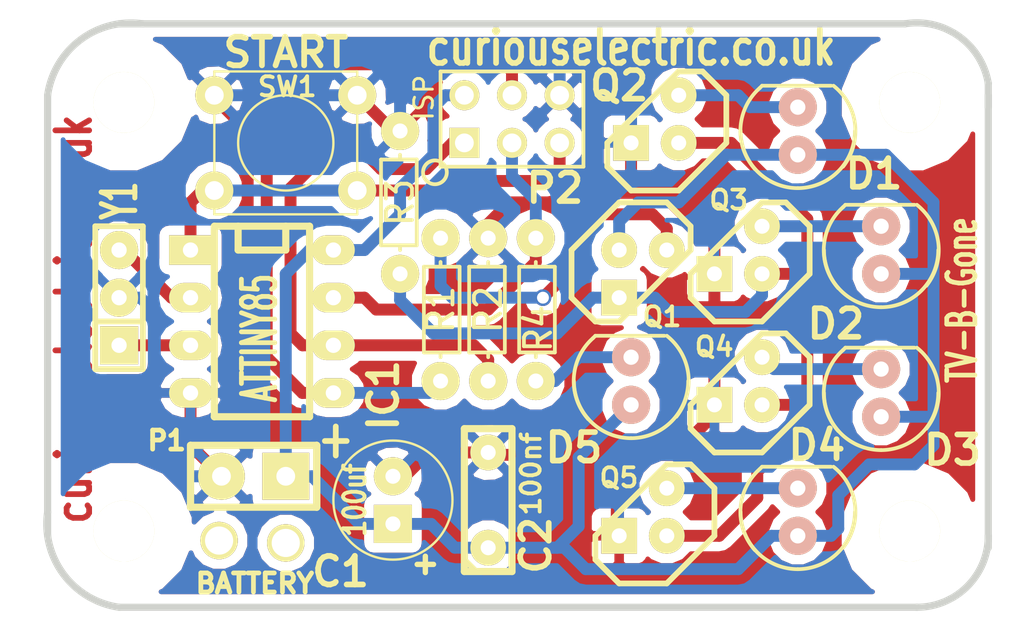
<source format=kicad_pcb>
(kicad_pcb (version 4) (host pcbnew "(2015-07-09 BZR 5913, Git 33e1797)-product")

  (general
    (links 45)
    (no_connects 0)
    (area 35.56 54.61 90.170001 87.630001)
    (thickness 1.6002)
    (drawings 13)
    (tracks 193)
    (zones 0)
    (modules 25)
    (nets 16)
  )

  (page A4)
  (title_block
    (date "29 dec 2014")
  )

  (layers
    (0 Front signal)
    (31 Back signal)
    (32 B.Adhes user)
    (33 F.Adhes user)
    (34 B.Paste user)
    (35 F.Paste user)
    (36 B.SilkS user)
    (37 F.SilkS user)
    (38 B.Mask user)
    (39 F.Mask user)
    (40 Dwgs.User user)
    (41 Cmts.User user)
    (42 Eco1.User user)
    (43 Eco2.User user)
    (44 Edge.Cuts user)
  )

  (setup
    (last_trace_width 0.635)
    (trace_clearance 0.254)
    (zone_clearance 0.508)
    (zone_45_only no)
    (trace_min 0.2032)
    (segment_width 0.381)
    (edge_width 0.381)
    (via_size 0.889)
    (via_drill 0.635)
    (via_min_size 0.889)
    (via_min_drill 0.508)
    (uvia_size 0.508)
    (uvia_drill 0.127)
    (uvias_allowed no)
    (uvia_min_size 0.508)
    (uvia_min_drill 0.127)
    (pcb_text_width 0.3048)
    (pcb_text_size 1.524 2.032)
    (mod_edge_width 0.381)
    (mod_text_size 1.524 1.524)
    (mod_text_width 0.3048)
    (pad_size 1.905 1.905)
    (pad_drill 0.8001)
    (pad_to_mask_clearance 0.254)
    (aux_axis_origin 0 0)
    (visible_elements 7FFFFFFF)
    (pcbplotparams
      (layerselection 0x010f0_80000001)
      (usegerberextensions true)
      (excludeedgelayer true)
      (linewidth 0.150000)
      (plotframeref false)
      (viasonmask false)
      (mode 1)
      (useauxorigin true)
      (hpglpennumber 1)
      (hpglpenspeed 20)
      (hpglpendiameter 15)
      (hpglpenoverlay 0)
      (psnegative false)
      (psa4output false)
      (plotreference true)
      (plotvalue true)
      (plotinvisibletext false)
      (padsonsilk false)
      (subtractmaskfromsilk false)
      (outputformat 1)
      (mirror false)
      (drillshape 0)
      (scaleselection 1)
      (outputdirectory ../TVBGone_GERBER/))
  )

  (net 0 "")
  (net 1 GND)
  (net 2 VCC)
  (net 3 "Net-(D1-Pad2)")
  (net 4 "Net-(D2-Pad2)")
  (net 5 "Net-(D3-Pad2)")
  (net 6 "Net-(D4-Pad2)")
  (net 7 "Net-(D5-Pad2)")
  (net 8 "Net-(IC1-Pad1)")
  (net 9 "Net-(IC1-Pad2)")
  (net 10 "Net-(IC1-Pad3)")
  (net 11 "Net-(IC1-Pad5)")
  (net 12 "Net-(IC1-Pad6)")
  (net 13 "Net-(IC1-Pad7)")
  (net 14 "Net-(Q1-Pad1)")
  (net 15 "Net-(Q1-Pad2)")

  (net_class Default "This is the default net class."
    (clearance 0.254)
    (trace_width 0.635)
    (via_dia 0.889)
    (via_drill 0.635)
    (uvia_dia 0.508)
    (uvia_drill 0.127)
    (add_net GND)
    (add_net "Net-(D1-Pad2)")
    (add_net "Net-(D2-Pad2)")
    (add_net "Net-(D3-Pad2)")
    (add_net "Net-(D4-Pad2)")
    (add_net "Net-(D5-Pad2)")
    (add_net "Net-(IC1-Pad1)")
    (add_net "Net-(IC1-Pad2)")
    (add_net "Net-(IC1-Pad3)")
    (add_net "Net-(IC1-Pad5)")
    (add_net "Net-(IC1-Pad6)")
    (add_net "Net-(IC1-Pad7)")
    (add_net "Net-(Q1-Pad1)")
    (add_net "Net-(Q1-Pad2)")
    (add_net VCC)
  )

  (net_class 15 ""
    (clearance 0.254)
    (trace_width 0.381)
    (via_dia 0.889)
    (via_drill 0.635)
    (uvia_dia 0.508)
    (uvia_drill 0.127)
  )

  (net_class 20 ""
    (clearance 0.254)
    (trace_width 0.508)
    (via_dia 0.889)
    (via_drill 0.635)
    (uvia_dia 0.508)
    (uvia_drill 0.127)
  )

  (net_class 30 ""
    (clearance 0.254)
    (trace_width 0.762)
    (via_dia 0.889)
    (via_drill 0.635)
    (uvia_dia 0.508)
    (uvia_drill 0.127)
  )

  (net_class 50 ""
    (clearance 0.254)
    (trace_width 1.27)
    (via_dia 0.889)
    (via_drill 0.635)
    (uvia_dia 0.508)
    (uvia_drill 0.127)
  )

  (module matts_components:C1V7_lg_pad (layer Front) (tedit 56324DD9) (tstamp 563246DE)
    (at 56.515 81.28 90)
    (path /4F159550)
    (fp_text reference C1 (at -3.81 -2.794 180) (layer F.SilkS)
      (effects (font (thickness 0.3048)))
    )
    (fp_text value 100uf (at 0 -2.032 90) (layer F.SilkS)
      (effects (font (size 1.143 0.889) (thickness 0.2032)))
    )
    (fp_text user + (at -3.429 1.651 90) (layer F.SilkS)
      (effects (font (size 1.143 1.143) (thickness 0.28702)))
    )
    (fp_circle (center 0 0) (end 3.175 0) (layer F.SilkS) (width 0.127))
    (pad 1 thru_hole rect (at -1.27 0 90) (size 2.032 2.032) (drill 0.8001) (layers *.Cu *.Mask F.SilkS)
      (net 2 VCC))
    (pad 2 thru_hole circle (at 1.27 0 90) (size 2.032 2.032) (drill 0.8001) (layers *.Cu *.Mask F.SilkS)
      (net 1 GND))
    (model discret/c_vert_c1v7.wrl
      (at (xyz 0 0 0))
      (scale (xyz 1 1 1))
      (rotate (xyz 0 0 0))
    )
  )

  (module matts_components:C1_wide_lg_pad (layer Front) (tedit 56324DE3) (tstamp 563246E3)
    (at 61.595 82.55 90)
    (descr "Condensateur e = 1 pas")
    (tags C)
    (path /4F159532)
    (fp_text reference C2 (at -1.143 2.54 90) (layer F.SilkS)
      (effects (font (thickness 0.3048)))
    )
    (fp_text value 100nf (at 2.667 2.286 90) (layer F.SilkS)
      (effects (font (size 1.016 1.016) (thickness 0.2032)))
    )
    (fp_line (start -2.54 -1.27) (end -2.54 1.27) (layer F.SilkS) (width 0.381))
    (fp_line (start -2.54 1.27) (end 5.08 1.27) (layer F.SilkS) (width 0.381))
    (fp_line (start 5.08 1.27) (end 5.08 -1.27) (layer F.SilkS) (width 0.381))
    (fp_line (start 5.08 -1.27) (end -2.54 -1.27) (layer F.SilkS) (width 0.381))
    (fp_line (start -2.54 -0.635) (end -1.905 -1.27) (layer F.SilkS) (width 0.3048))
    (pad 1 thru_hole circle (at -1.27 0 90) (size 1.905 1.905) (drill 0.8001) (layers *.Cu *.Mask F.SilkS)
      (net 2 VCC))
    (pad 2 thru_hole circle (at 3.81 0 90) (size 1.905 1.905) (drill 0.8001) (layers *.Cu *.Mask F.SilkS)
      (net 1 GND))
    (model discret/capa_1_pas.wrl
      (at (xyz 0 0 0))
      (scale (xyz 1 1 1))
      (rotate (xyz 0 0 0))
    )
  )

  (module REInnovationFootprint:LED-5MM_larg_pad (layer Front) (tedit 56324D8B) (tstamp 563246E8)
    (at 78.105 61.595 90)
    (descr "LED 5mm - Lead pitch 100mil (2,54mm)")
    (tags "LED led 5mm 5MM 100mil 2,54mm")
    (path /4F15966C)
    (attr virtual)
    (fp_text reference D1 (at -2.286 4.064 180) (layer F.SilkS)
      (effects (font (thickness 0.3048)))
    )
    (fp_text value IR (at 0 3.81 90) (layer F.SilkS) hide
      (effects (font (size 0.762 0.762) (thickness 0.0889)))
    )
    (fp_line (start 2.413 -1.905) (end 2.286 -2.032) (layer F.SilkS) (width 0.2))
    (fp_line (start 2.413 -1.905) (end 2.413 1.778) (layer F.SilkS) (width 0.2))
    (fp_arc (start 0 0) (end 2.413 1.905) (angle 90) (layer F.SilkS) (width 0.2))
    (fp_arc (start 0 0) (end -2.032 -2.286) (angle 90) (layer F.SilkS) (width 0.2))
    (fp_arc (start 0 0) (end 0 3.048) (angle 90) (layer F.SilkS) (width 0.2))
    (fp_arc (start 0 0) (end -3.048 0) (angle 90) (layer F.SilkS) (width 0.2))
    (pad 1 thru_hole circle (at -1.27 0 90) (size 2.032 2.032) (drill 0.8128) (layers *.Cu *.SilkS *.Mask F.Paste)
      (net 2 VCC))
    (pad 2 thru_hole circle (at 1.27 0 90) (size 2.032 2.032) (drill 0.8128) (layers *.Cu *.SilkS *.Mask F.Paste)
      (net 3 "Net-(D1-Pad2)"))
    (model discret/leds/led5_vertical_verde.wrl
      (at (xyz 0 0 0))
      (scale (xyz 1 1 1))
      (rotate (xyz 0 0 0))
    )
  )

  (module REInnovationFootprint:LED-5MM_larg_pad (layer Front) (tedit 56325012) (tstamp 563246ED)
    (at 82.55 67.945 90)
    (descr "LED 5mm - Lead pitch 100mil (2,54mm)")
    (tags "LED led 5mm 5MM 100mil 2,54mm")
    (path /4F15966F)
    (attr virtual)
    (fp_text reference D2 (at -3.937 -2.413 180) (layer F.SilkS)
      (effects (font (thickness 0.3048)))
    )
    (fp_text value IR (at 0 3.81 90) (layer F.SilkS) hide
      (effects (font (size 0.762 0.762) (thickness 0.0889)))
    )
    (fp_line (start 2.413 -1.905) (end 2.286 -2.032) (layer F.SilkS) (width 0.2))
    (fp_line (start 2.413 -1.905) (end 2.413 1.778) (layer F.SilkS) (width 0.2))
    (fp_arc (start 0 0) (end 2.413 1.905) (angle 90) (layer F.SilkS) (width 0.2))
    (fp_arc (start 0 0) (end -2.032 -2.286) (angle 90) (layer F.SilkS) (width 0.2))
    (fp_arc (start 0 0) (end 0 3.048) (angle 90) (layer F.SilkS) (width 0.2))
    (fp_arc (start 0 0) (end -3.048 0) (angle 90) (layer F.SilkS) (width 0.2))
    (pad 1 thru_hole circle (at -1.27 0 90) (size 2.032 2.032) (drill 0.8128) (layers *.Cu *.SilkS *.Mask F.Paste)
      (net 2 VCC))
    (pad 2 thru_hole circle (at 1.27 0 90) (size 2.032 2.032) (drill 0.8128) (layers *.Cu *.SilkS *.Mask F.Paste)
      (net 4 "Net-(D2-Pad2)"))
    (model discret/leds/led5_vertical_verde.wrl
      (at (xyz 0 0 0))
      (scale (xyz 1 1 1))
      (rotate (xyz 0 0 0))
    )
  )

  (module REInnovationFootprint:LED-5MM_larg_pad (layer Front) (tedit 5632505A) (tstamp 563246F2)
    (at 82.55 75.565 90)
    (descr "LED 5mm - Lead pitch 100mil (2,54mm)")
    (tags "LED led 5mm 5MM 100mil 2,54mm")
    (path /4F159673)
    (attr virtual)
    (fp_text reference D3 (at -3.048 3.81 180) (layer F.SilkS)
      (effects (font (thickness 0.3048)))
    )
    (fp_text value IR (at 0 3.81 90) (layer F.SilkS) hide
      (effects (font (size 0.762 0.762) (thickness 0.0889)))
    )
    (fp_line (start 2.413 -1.905) (end 2.286 -2.032) (layer F.SilkS) (width 0.2))
    (fp_line (start 2.413 -1.905) (end 2.413 1.778) (layer F.SilkS) (width 0.2))
    (fp_arc (start 0 0) (end 2.413 1.905) (angle 90) (layer F.SilkS) (width 0.2))
    (fp_arc (start 0 0) (end -2.032 -2.286) (angle 90) (layer F.SilkS) (width 0.2))
    (fp_arc (start 0 0) (end 0 3.048) (angle 90) (layer F.SilkS) (width 0.2))
    (fp_arc (start 0 0) (end -3.048 0) (angle 90) (layer F.SilkS) (width 0.2))
    (pad 1 thru_hole circle (at -1.27 0 90) (size 2.032 2.032) (drill 0.8128) (layers *.Cu *.SilkS *.Mask F.Paste)
      (net 2 VCC))
    (pad 2 thru_hole circle (at 1.27 0 90) (size 2.032 2.032) (drill 0.8128) (layers *.Cu *.SilkS *.Mask F.Paste)
      (net 5 "Net-(D3-Pad2)"))
    (model discret/leds/led5_vertical_verde.wrl
      (at (xyz 0 0 0))
      (scale (xyz 1 1 1))
      (rotate (xyz 0 0 0))
    )
  )

  (module REInnovationFootprint:LED-5MM_larg_pad (layer Front) (tedit 56324D9B) (tstamp 563246F7)
    (at 78.105 81.915 90)
    (descr "LED 5mm - Lead pitch 100mil (2,54mm)")
    (tags "LED led 5mm 5MM 100mil 2,54mm")
    (path /4F159678)
    (attr virtual)
    (fp_text reference D4 (at 3.556 1.016 180) (layer F.SilkS)
      (effects (font (thickness 0.3048)))
    )
    (fp_text value IR (at 0 3.81 90) (layer F.SilkS) hide
      (effects (font (size 0.762 0.762) (thickness 0.0889)))
    )
    (fp_line (start 2.413 -1.905) (end 2.286 -2.032) (layer F.SilkS) (width 0.2))
    (fp_line (start 2.413 -1.905) (end 2.413 1.778) (layer F.SilkS) (width 0.2))
    (fp_arc (start 0 0) (end 2.413 1.905) (angle 90) (layer F.SilkS) (width 0.2))
    (fp_arc (start 0 0) (end -2.032 -2.286) (angle 90) (layer F.SilkS) (width 0.2))
    (fp_arc (start 0 0) (end 0 3.048) (angle 90) (layer F.SilkS) (width 0.2))
    (fp_arc (start 0 0) (end -3.048 0) (angle 90) (layer F.SilkS) (width 0.2))
    (pad 1 thru_hole circle (at -1.27 0 90) (size 2.032 2.032) (drill 0.8128) (layers *.Cu *.SilkS *.Mask F.Paste)
      (net 2 VCC))
    (pad 2 thru_hole circle (at 1.27 0 90) (size 2.032 2.032) (drill 0.8128) (layers *.Cu *.SilkS *.Mask F.Paste)
      (net 6 "Net-(D4-Pad2)"))
    (model discret/leds/led5_vertical_verde.wrl
      (at (xyz 0 0 0))
      (scale (xyz 1 1 1))
      (rotate (xyz 0 0 0))
    )
  )

  (module REInnovationFootprint:LED-5MM_larg_pad (layer Front) (tedit 563250CF) (tstamp 563246FC)
    (at 69.215 74.93 90)
    (descr "LED 5mm - Lead pitch 100mil (2,54mm)")
    (tags "LED led 5mm 5MM 100mil 2,54mm")
    (path /4F15967C)
    (attr virtual)
    (fp_text reference D5 (at -3.556 -3.048 180) (layer F.SilkS)
      (effects (font (thickness 0.3048)))
    )
    (fp_text value RED (at 0 3.81 90) (layer F.SilkS) hide
      (effects (font (size 0.762 0.762) (thickness 0.0889)))
    )
    (fp_line (start 2.413 -1.905) (end 2.286 -2.032) (layer F.SilkS) (width 0.2))
    (fp_line (start 2.413 -1.905) (end 2.413 1.778) (layer F.SilkS) (width 0.2))
    (fp_arc (start 0 0) (end 2.413 1.905) (angle 90) (layer F.SilkS) (width 0.2))
    (fp_arc (start 0 0) (end -2.032 -2.286) (angle 90) (layer F.SilkS) (width 0.2))
    (fp_arc (start 0 0) (end 0 3.048) (angle 90) (layer F.SilkS) (width 0.2))
    (fp_arc (start 0 0) (end -3.048 0) (angle 90) (layer F.SilkS) (width 0.2))
    (pad 1 thru_hole circle (at -1.27 0 90) (size 2.032 2.032) (drill 0.8128) (layers *.Cu *.SilkS *.Mask F.Paste)
      (net 2 VCC))
    (pad 2 thru_hole circle (at 1.27 0 90) (size 2.032 2.032) (drill 0.8128) (layers *.Cu *.SilkS *.Mask F.Paste)
      (net 7 "Net-(D5-Pad2)"))
    (model discret/leds/led5_vertical_verde.wrl
      (at (xyz 0 0 0))
      (scale (xyz 1 1 1))
      (rotate (xyz 0 0 0))
    )
  )

  (module REInnovationFootprint:DIP-8__300_ELL (layer Front) (tedit 56324DC5) (tstamp 56324701)
    (at 49.53 71.755 270)
    (descr "8 pins DIL package, elliptical pads")
    (tags DIL)
    (path /4F1597B0)
    (fp_text reference IC1 (at 3.937 -6.477 270) (layer F.SilkS)
      (effects (font (thickness 0.3048)))
    )
    (fp_text value ATTINY85 (at 0.889 0.127 270) (layer F.SilkS)
      (effects (font (size 1.778 1.016) (thickness 0.254)))
    )
    (fp_line (start -5.08 -1.27) (end -3.81 -1.27) (layer F.SilkS) (width 0.381))
    (fp_line (start -3.81 -1.27) (end -3.81 1.27) (layer F.SilkS) (width 0.381))
    (fp_line (start -3.81 1.27) (end -5.08 1.27) (layer F.SilkS) (width 0.381))
    (fp_line (start -5.08 -2.54) (end 5.08 -2.54) (layer F.SilkS) (width 0.381))
    (fp_line (start 5.08 -2.54) (end 5.08 2.54) (layer F.SilkS) (width 0.381))
    (fp_line (start 5.08 2.54) (end -5.08 2.54) (layer F.SilkS) (width 0.381))
    (fp_line (start -5.08 2.54) (end -5.08 -2.54) (layer F.SilkS) (width 0.381))
    (pad 1 thru_hole rect (at -3.81 3.81 270) (size 1.5748 2.286) (drill 0.8128) (layers *.Cu *.Mask F.SilkS)
      (net 8 "Net-(IC1-Pad1)"))
    (pad 2 thru_hole oval (at -1.27 3.81 270) (size 1.5748 2.286) (drill 0.8128) (layers *.Cu *.Mask F.SilkS)
      (net 9 "Net-(IC1-Pad2)"))
    (pad 3 thru_hole oval (at 1.27 3.81 270) (size 1.5748 2.286) (drill 0.8128) (layers *.Cu *.Mask F.SilkS)
      (net 10 "Net-(IC1-Pad3)"))
    (pad 4 thru_hole oval (at 3.81 3.81 270) (size 1.5748 2.286) (drill 0.8128) (layers *.Cu *.Mask F.SilkS)
      (net 1 GND))
    (pad 5 thru_hole oval (at 3.81 -3.81 270) (size 1.5748 2.286) (drill 0.8128) (layers *.Cu *.Mask F.SilkS)
      (net 11 "Net-(IC1-Pad5)"))
    (pad 6 thru_hole oval (at 1.27 -3.81 270) (size 1.5748 2.286) (drill 0.8128) (layers *.Cu *.Mask F.SilkS)
      (net 12 "Net-(IC1-Pad6)"))
    (pad 7 thru_hole oval (at -1.27 -3.81 270) (size 1.5748 2.286) (drill 0.8128) (layers *.Cu *.Mask F.SilkS)
      (net 13 "Net-(IC1-Pad7)"))
    (pad 8 thru_hole oval (at -3.81 -3.81 270) (size 1.5748 2.286) (drill 0.8128) (layers *.Cu *.Mask F.SilkS)
      (net 2 VCC))
    (model dil/dil_8.wrl
      (at (xyz 0 0 0))
      (scale (xyz 1 1 1))
      (rotate (xyz 0 0 0))
    )
  )

  (module REInnovationFootprint:conn_2_battery (layer Front) (tedit 56325134) (tstamp 5632470C)
    (at 48.26 80.01 180)
    (path /4F159619)
    (fp_text reference P1 (at 3.81 1.905 180) (layer F.SilkS)
      (effects (font (size 1.016 1.016) (thickness 0.254)))
    )
    (fp_text value BATTERY (at -0.889 -5.715 360) (layer F.SilkS)
      (effects (font (size 1.016 1.016) (thickness 0.254)))
    )
    (fp_line (start -4.191 1.651) (end 2.54 1.651) (layer F.SilkS) (width 0.381))
    (fp_line (start 2.54 1.651) (end 2.54 -1.651) (layer F.SilkS) (width 0.381))
    (fp_line (start 2.54 -1.651) (end -4.191 -1.651) (layer F.SilkS) (width 0.381))
    (fp_line (start -4.191 -1.651) (end -4.191 1.651) (layer F.SilkS) (width 0.381))
    (fp_line (start 2.54 -1.651) (end 2.54 1.651) (layer F.SilkS) (width 0.381))
    (fp_line (start -4.191 1.651) (end -4.191 -1.651) (layer F.SilkS) (width 0.381))
    (pad 1 thru_hole rect (at -2.54 0 180) (size 2.49936 2.49936) (drill 1.00076) (layers *.Cu *.Mask F.SilkS)
      (net 2 VCC))
    (pad 2 thru_hole circle (at 0.889 0 180) (size 2.49936 2.49936) (drill 1.00076) (layers *.Cu *.Mask F.SilkS)
      (net 1 GND))
    (pad 3 thru_hole circle (at -2.54 -3.556 180) (size 1.99898 1.99898) (drill 1.50114) (layers *.Cu *.Mask F.SilkS))
    (pad 4 thru_hole circle (at 1.016 -3.429 180) (size 1.99898 1.99898) (drill 1.50114) (layers *.Cu *.Mask F.SilkS))
  )

  (module REInnovationFootprint:TH3x2_ISP (layer Front) (tedit 56324D41) (tstamp 5632471C)
    (at 63.5 60.96)
    (path /4F212F27)
    (fp_text reference P2 (at 1.651 3.683 180) (layer F.SilkS)
      (effects (font (thickness 0.3048)))
    )
    (fp_text value ISP (at -5.334 -1.143 90) (layer F.SilkS)
      (effects (font (size 1 1) (thickness 0.15)))
    )
    (fp_circle (center -4.745 2.84) (end -5.38 2.84) (layer F.SilkS) (width 0.2))
    (fp_line (start -4.445 -2.54) (end 3.175 -2.54) (layer F.SilkS) (width 0.2))
    (fp_line (start 3.175 -2.54) (end 3.175 2.54) (layer F.SilkS) (width 0.2))
    (fp_line (start 3.175 2.54) (end -4.445 2.54) (layer F.SilkS) (width 0.2))
    (fp_line (start -4.445 2.54) (end -4.445 -2.54) (layer F.SilkS) (width 0.2))
    (pad 1 thru_hole rect (at -3.175 1.27) (size 1.6002 1.6002) (drill 1) (layers *.Cu *.Mask F.SilkS)
      (net 12 "Net-(IC1-Pad6)"))
    (pad 2 thru_hole circle (at -3.175 -1.27) (size 1.6002 1.6002) (drill 1) (layers *.Cu *.Mask F.SilkS)
      (net 2 VCC))
    (pad 3 thru_hole circle (at -0.635 1.27) (size 1.6002 1.6002) (drill 1) (layers *.Cu *.Mask F.SilkS)
      (net 13 "Net-(IC1-Pad7)"))
    (pad 4 thru_hole circle (at -0.635 -1.27) (size 1.6002 1.6002) (drill 1) (layers *.Cu *.Mask F.SilkS)
      (net 11 "Net-(IC1-Pad5)"))
    (pad 5 thru_hole circle (at 1.905 1.27) (size 1.6002 1.6002) (drill 1) (layers *.Cu *.Mask F.SilkS)
      (net 8 "Net-(IC1-Pad1)"))
    (pad 6 thru_hole circle (at 1.905 -1.27) (size 1.6002 1.6002) (drill 1) (layers *.Cu *.Mask F.SilkS)
      (net 1 GND))
  )

  (module REInnovationFootprint:TO92-ECB_large_pad_BC639 (layer Front) (tedit 563250F7) (tstamp 5632471D)
    (at 69.85 69.215)
    (descr "Transistor TO92 brochage type BC237")
    (tags BC639)
    (path /4F1595EF)
    (fp_text reference Q1 (at 1.016 2.286) (layer F.SilkS)
      (effects (font (size 1.016 1.016) (thickness 0.2032)))
    )
    (fp_text value BC640 (at -0.508 -3.175) (layer F.SilkS) hide
      (effects (font (size 1.016 1.016) (thickness 0.2032)))
    )
    (fp_line (start -1.27 2.54) (end 2.54 -1.27) (layer F.SilkS) (width 0.3048))
    (fp_line (start 2.54 -1.27) (end 2.54 -2.54) (layer F.SilkS) (width 0.3048))
    (fp_line (start 2.54 -2.54) (end 1.27 -3.81) (layer F.SilkS) (width 0.3048))
    (fp_line (start 1.27 -3.81) (end -1.27 -3.81) (layer F.SilkS) (width 0.3048))
    (fp_line (start -1.27 -3.81) (end -3.81 -1.27) (layer F.SilkS) (width 0.3048))
    (fp_line (start -3.81 -1.27) (end -3.81 1.27) (layer F.SilkS) (width 0.3048))
    (fp_line (start -3.81 1.27) (end -2.54 2.54) (layer F.SilkS) (width 0.3048))
    (fp_line (start -2.54 2.54) (end -1.27 2.54) (layer F.SilkS) (width 0.3048))
    (pad 1 thru_hole rect (at -1.27 1.27) (size 1.905 1.905) (drill 0.8001) (layers *.Cu *.Mask F.SilkS)
      (net 14 "Net-(Q1-Pad1)"))
    (pad 2 thru_hole circle (at 1.27 -1.27) (size 1.905 1.905) (drill 0.8001) (layers *.Cu *.Mask F.SilkS)
      (net 15 "Net-(Q1-Pad2)"))
    (pad 3 thru_hole circle (at -1.27 -1.27) (size 1.905 1.905) (drill 0.8001) (layers *.Cu *.Mask F.SilkS)
      (net 2 VCC))
    (model discret/to98.wrl
      (at (xyz 0 0 0))
      (scale (xyz 1 1 1))
      (rotate (xyz 0 0 0))
    )
  )

  (module REInnovationFootprint:TO92-EBC_large_pad (layer Front) (tedit 56324D49) (tstamp 5632472B)
    (at 70.485 60.96 180)
    (descr "Transistor TO92 brochage type BC237")
    (tags "TR TO92")
    (path /4F15956A)
    (fp_text reference Q2 (at 1.905 1.778 180) (layer F.SilkS)
      (effects (font (thickness 0.3048)))
    )
    (fp_text value BC548 (at -0.508 -3.175 180) (layer F.SilkS) hide
      (effects (font (size 1.016 1.016) (thickness 0.2032)))
    )
    (fp_line (start -1.27 2.54) (end 2.54 -1.27) (layer F.SilkS) (width 0.3048))
    (fp_line (start 2.54 -1.27) (end 2.54 -2.54) (layer F.SilkS) (width 0.3048))
    (fp_line (start 2.54 -2.54) (end 1.27 -3.81) (layer F.SilkS) (width 0.3048))
    (fp_line (start 1.27 -3.81) (end -1.27 -3.81) (layer F.SilkS) (width 0.3048))
    (fp_line (start -1.27 -3.81) (end -3.81 -1.27) (layer F.SilkS) (width 0.3048))
    (fp_line (start -3.81 -1.27) (end -3.81 1.27) (layer F.SilkS) (width 0.3048))
    (fp_line (start -3.81 1.27) (end -2.54 2.54) (layer F.SilkS) (width 0.3048))
    (fp_line (start -2.54 2.54) (end -1.27 2.54) (layer F.SilkS) (width 0.3048))
    (pad 1 thru_hole rect (at 1.27 -1.27 180) (size 1.905 1.905) (drill 0.8001) (layers *.Cu *.Mask F.SilkS)
      (net 1 GND))
    (pad 2 thru_hole circle (at -1.27 -1.27 180) (size 1.905 1.905) (drill 0.8001) (layers *.Cu *.Mask F.SilkS)
      (net 14 "Net-(Q1-Pad1)"))
    (pad 3 thru_hole circle (at -1.27 1.27 180) (size 1.905 1.905) (drill 0.8001) (layers *.Cu *.Mask F.SilkS)
      (net 3 "Net-(D1-Pad2)"))
    (model discret/to98.wrl
      (at (xyz 0 0 0))
      (scale (xyz 1 1 1))
      (rotate (xyz 0 0 0))
    )
  )

  (module REInnovationFootprint:TO92-EBC_large_pad (layer Front) (tedit 56324DA5) (tstamp 56324731)
    (at 74.93 67.945 180)
    (descr "Transistor TO92 brochage type BC237")
    (tags "TR TO92")
    (path /4F159684)
    (fp_text reference Q3 (at 0.508 2.667 180) (layer F.SilkS)
      (effects (font (size 1.016 1.016) (thickness 0.2032)))
    )
    (fp_text value BC548 (at -0.508 -3.175 180) (layer F.SilkS) hide
      (effects (font (size 1.016 1.016) (thickness 0.2032)))
    )
    (fp_line (start -1.27 2.54) (end 2.54 -1.27) (layer F.SilkS) (width 0.3048))
    (fp_line (start 2.54 -1.27) (end 2.54 -2.54) (layer F.SilkS) (width 0.3048))
    (fp_line (start 2.54 -2.54) (end 1.27 -3.81) (layer F.SilkS) (width 0.3048))
    (fp_line (start 1.27 -3.81) (end -1.27 -3.81) (layer F.SilkS) (width 0.3048))
    (fp_line (start -1.27 -3.81) (end -3.81 -1.27) (layer F.SilkS) (width 0.3048))
    (fp_line (start -3.81 -1.27) (end -3.81 1.27) (layer F.SilkS) (width 0.3048))
    (fp_line (start -3.81 1.27) (end -2.54 2.54) (layer F.SilkS) (width 0.3048))
    (fp_line (start -2.54 2.54) (end -1.27 2.54) (layer F.SilkS) (width 0.3048))
    (pad 1 thru_hole rect (at 1.27 -1.27 180) (size 1.905 1.905) (drill 0.8001) (layers *.Cu *.Mask F.SilkS)
      (net 1 GND))
    (pad 2 thru_hole circle (at -1.27 -1.27 180) (size 1.905 1.905) (drill 0.8001) (layers *.Cu *.Mask F.SilkS)
      (net 14 "Net-(Q1-Pad1)"))
    (pad 3 thru_hole circle (at -1.27 1.27 180) (size 1.905 1.905) (drill 0.8001) (layers *.Cu *.Mask F.SilkS)
      (net 4 "Net-(D2-Pad2)"))
    (model discret/to98.wrl
      (at (xyz 0 0 0))
      (scale (xyz 1 1 1))
      (rotate (xyz 0 0 0))
    )
  )

  (module REInnovationFootprint:TO92-EBC_large_pad (layer Front) (tedit 4F16C44A) (tstamp 56324737)
    (at 74.93 74.93 180)
    (descr "Transistor TO92 brochage type BC237")
    (tags "TR TO92")
    (path /4F159689)
    (fp_text reference Q4 (at 1.2827 1.8288 180) (layer F.SilkS)
      (effects (font (size 1.016 1.016) (thickness 0.2032)))
    )
    (fp_text value BC548 (at -0.508 -3.175 180) (layer F.SilkS) hide
      (effects (font (size 1.016 1.016) (thickness 0.2032)))
    )
    (fp_line (start -1.27 2.54) (end 2.54 -1.27) (layer F.SilkS) (width 0.3048))
    (fp_line (start 2.54 -1.27) (end 2.54 -2.54) (layer F.SilkS) (width 0.3048))
    (fp_line (start 2.54 -2.54) (end 1.27 -3.81) (layer F.SilkS) (width 0.3048))
    (fp_line (start 1.27 -3.81) (end -1.27 -3.81) (layer F.SilkS) (width 0.3048))
    (fp_line (start -1.27 -3.81) (end -3.81 -1.27) (layer F.SilkS) (width 0.3048))
    (fp_line (start -3.81 -1.27) (end -3.81 1.27) (layer F.SilkS) (width 0.3048))
    (fp_line (start -3.81 1.27) (end -2.54 2.54) (layer F.SilkS) (width 0.3048))
    (fp_line (start -2.54 2.54) (end -1.27 2.54) (layer F.SilkS) (width 0.3048))
    (pad 1 thru_hole rect (at 1.27 -1.27 180) (size 1.905 1.905) (drill 0.8001) (layers *.Cu *.Mask F.SilkS)
      (net 1 GND))
    (pad 2 thru_hole circle (at -1.27 -1.27 180) (size 1.905 1.905) (drill 0.8001) (layers *.Cu *.Mask F.SilkS)
      (net 14 "Net-(Q1-Pad1)"))
    (pad 3 thru_hole circle (at -1.27 1.27 180) (size 1.905 1.905) (drill 0.8001) (layers *.Cu *.Mask F.SilkS)
      (net 5 "Net-(D3-Pad2)"))
    (model discret/to98.wrl
      (at (xyz 0 0 0))
      (scale (xyz 1 1 1))
      (rotate (xyz 0 0 0))
    )
  )

  (module REInnovationFootprint:TO92-EBC_large_pad (layer Front) (tedit 4F16C44A) (tstamp 5632473D)
    (at 69.85 81.915 180)
    (descr "Transistor TO92 brochage type BC237")
    (tags "TR TO92")
    (path /4F15968C)
    (fp_text reference Q5 (at 1.2827 1.8288 180) (layer F.SilkS)
      (effects (font (size 1.016 1.016) (thickness 0.2032)))
    )
    (fp_text value BC548 (at -0.508 -3.175 180) (layer F.SilkS) hide
      (effects (font (size 1.016 1.016) (thickness 0.2032)))
    )
    (fp_line (start -1.27 2.54) (end 2.54 -1.27) (layer F.SilkS) (width 0.3048))
    (fp_line (start 2.54 -1.27) (end 2.54 -2.54) (layer F.SilkS) (width 0.3048))
    (fp_line (start 2.54 -2.54) (end 1.27 -3.81) (layer F.SilkS) (width 0.3048))
    (fp_line (start 1.27 -3.81) (end -1.27 -3.81) (layer F.SilkS) (width 0.3048))
    (fp_line (start -1.27 -3.81) (end -3.81 -1.27) (layer F.SilkS) (width 0.3048))
    (fp_line (start -3.81 -1.27) (end -3.81 1.27) (layer F.SilkS) (width 0.3048))
    (fp_line (start -3.81 1.27) (end -2.54 2.54) (layer F.SilkS) (width 0.3048))
    (fp_line (start -2.54 2.54) (end -1.27 2.54) (layer F.SilkS) (width 0.3048))
    (pad 1 thru_hole rect (at 1.27 -1.27 180) (size 1.905 1.905) (drill 0.8001) (layers *.Cu *.Mask F.SilkS)
      (net 1 GND))
    (pad 2 thru_hole circle (at -1.27 -1.27 180) (size 1.905 1.905) (drill 0.8001) (layers *.Cu *.Mask F.SilkS)
      (net 14 "Net-(Q1-Pad1)"))
    (pad 3 thru_hole circle (at -1.27 1.27 180) (size 1.905 1.905) (drill 0.8001) (layers *.Cu *.Mask F.SilkS)
      (net 6 "Net-(D4-Pad2)"))
    (model discret/to98.wrl
      (at (xyz 0 0 0))
      (scale (xyz 1 1 1))
      (rotate (xyz 0 0 0))
    )
  )

  (module REInnovationFootprint:TH_Resistor_1 (layer Front) (tedit 5628F9DC) (tstamp 56324743)
    (at 59.055 71.12 270)
    (descr "Resitance 3 pas")
    (tags R)
    (path /4F15955F)
    (autoplace_cost180 10)
    (fp_text reference R1 (at 0 0 270) (layer F.SilkS)
      (effects (font (size 1.397 1.27) (thickness 0.2032)))
    )
    (fp_text value 1k (at 0 0 270) (layer F.SilkS) hide
      (effects (font (size 1.397 1.27) (thickness 0.2032)))
    )
    (fp_line (start -2.286 0) (end -2.54 0) (layer F.SilkS) (width 0.2))
    (fp_line (start 2.286 0) (end 2.54 0) (layer F.SilkS) (width 0.2))
    (fp_line (start -2.286 -1.016) (end -2.286 0.889) (layer F.SilkS) (width 0.2))
    (fp_line (start -2.286 0.889) (end 2.286 0.889) (layer F.SilkS) (width 0.2))
    (fp_line (start 2.286 0.889) (end 2.286 -1.016) (layer F.SilkS) (width 0.2))
    (fp_line (start 2.286 -1.016) (end -2.286 -1.016) (layer F.SilkS) (width 0.2))
    (pad 1 thru_hole circle (at -3.81 0 270) (size 2.032 2.032) (drill 0.8001) (layers *.Cu *.Mask F.SilkS)
      (net 15 "Net-(Q1-Pad2)"))
    (pad 2 thru_hole circle (at 3.81 0 270) (size 2.032 2.032) (drill 0.8001) (layers *.Cu *.Mask F.SilkS)
      (net 11 "Net-(IC1-Pad5)"))
    (model discret/resistor.wrl
      (at (xyz 0 0 0))
      (scale (xyz 0.3 0.3 0.3))
      (rotate (xyz 0 0 0))
    )
  )

  (module REInnovationFootprint:TH_Resistor_1 (layer Front) (tedit 5628F9DC) (tstamp 56324748)
    (at 61.595 71.12 90)
    (descr "Resitance 3 pas")
    (tags R)
    (path /4F159E51)
    (autoplace_cost180 10)
    (fp_text reference R2 (at 0 0 90) (layer F.SilkS)
      (effects (font (size 1.397 1.27) (thickness 0.2032)))
    )
    (fp_text value 10k (at 0 0 90) (layer F.SilkS) hide
      (effects (font (size 1.397 1.27) (thickness 0.2032)))
    )
    (fp_line (start -2.286 0) (end -2.54 0) (layer F.SilkS) (width 0.2))
    (fp_line (start 2.286 0) (end 2.54 0) (layer F.SilkS) (width 0.2))
    (fp_line (start -2.286 -1.016) (end -2.286 0.889) (layer F.SilkS) (width 0.2))
    (fp_line (start -2.286 0.889) (end 2.286 0.889) (layer F.SilkS) (width 0.2))
    (fp_line (start 2.286 0.889) (end 2.286 -1.016) (layer F.SilkS) (width 0.2))
    (fp_line (start 2.286 -1.016) (end -2.286 -1.016) (layer F.SilkS) (width 0.2))
    (pad 1 thru_hole circle (at -3.81 0 90) (size 2.032 2.032) (drill 0.8001) (layers *.Cu *.Mask F.SilkS)
      (net 12 "Net-(IC1-Pad6)"))
    (pad 2 thru_hole circle (at 3.81 0 90) (size 2.032 2.032) (drill 0.8001) (layers *.Cu *.Mask F.SilkS)
      (net 1 GND))
    (model discret/resistor.wrl
      (at (xyz 0 0 0))
      (scale (xyz 0.3 0.3 0.3))
      (rotate (xyz 0 0 0))
    )
  )

  (module REInnovationFootprint:TH_Resistor_1 (layer Front) (tedit 56324F9E) (tstamp 5632474D)
    (at 56.896 65.405 90)
    (descr "Resitance 3 pas")
    (tags R)
    (path /4F159E4D)
    (autoplace_cost180 10)
    (fp_text reference R3 (at 0 0 90) (layer F.SilkS)
      (effects (font (size 1.397 1.27) (thickness 0.2032)))
    )
    (fp_text value 10k (at 0 0 90) (layer F.SilkS) hide
      (effects (font (size 1.397 1.27) (thickness 0.2032)))
    )
    (fp_line (start -2.286 0) (end -2.54 0) (layer F.SilkS) (width 0.2))
    (fp_line (start 2.286 0) (end 2.54 0) (layer F.SilkS) (width 0.2))
    (fp_line (start -2.286 -1.016) (end -2.286 0.889) (layer F.SilkS) (width 0.2))
    (fp_line (start -2.286 0.889) (end 2.286 0.889) (layer F.SilkS) (width 0.2))
    (fp_line (start 2.286 0.889) (end 2.286 -1.016) (layer F.SilkS) (width 0.2))
    (fp_line (start 2.286 -1.016) (end -2.286 -1.016) (layer F.SilkS) (width 0.2))
    (pad 1 thru_hole circle (at -3.81 0 90) (size 2.032 2.032) (drill 0.8001) (layers *.Cu *.Mask F.SilkS)
      (net 14 "Net-(Q1-Pad1)"))
    (pad 2 thru_hole circle (at 3.81 0 90) (size 2.032 2.032) (drill 0.8001) (layers *.Cu *.Mask F.SilkS)
      (net 1 GND))
    (model discret/resistor.wrl
      (at (xyz 0 0 0))
      (scale (xyz 0.3 0.3 0.3))
      (rotate (xyz 0 0 0))
    )
  )

  (module REInnovationFootprint:TH_Resistor_1 (layer Front) (tedit 563250DE) (tstamp 56324752)
    (at 64.135 71.12 270)
    (descr "Resitance 3 pas")
    (tags R)
    (path /4F15955C)
    (autoplace_cost180 10)
    (fp_text reference R4 (at 1.016 -0.127 450) (layer F.SilkS)
      (effects (font (size 1.397 1.27) (thickness 0.2032)))
    )
    (fp_text value 1k (at 0 0 270) (layer F.SilkS) hide
      (effects (font (size 1.397 1.27) (thickness 0.2032)))
    )
    (fp_line (start -2.286 0) (end -2.54 0) (layer F.SilkS) (width 0.2))
    (fp_line (start 2.286 0) (end 2.54 0) (layer F.SilkS) (width 0.2))
    (fp_line (start -2.286 -1.016) (end -2.286 0.889) (layer F.SilkS) (width 0.2))
    (fp_line (start -2.286 0.889) (end 2.286 0.889) (layer F.SilkS) (width 0.2))
    (fp_line (start 2.286 0.889) (end 2.286 -1.016) (layer F.SilkS) (width 0.2))
    (fp_line (start 2.286 -1.016) (end -2.286 -1.016) (layer F.SilkS) (width 0.2))
    (pad 1 thru_hole circle (at -3.81 0 270) (size 2.032 2.032) (drill 0.8001) (layers *.Cu *.Mask F.SilkS)
      (net 13 "Net-(IC1-Pad7)"))
    (pad 2 thru_hole circle (at 3.81 0 270) (size 2.032 2.032) (drill 0.8001) (layers *.Cu *.Mask F.SilkS)
      (net 7 "Net-(D5-Pad2)"))
    (model discret/resistor.wrl
      (at (xyz 0 0 0))
      (scale (xyz 0.3 0.3 0.3))
      (rotate (xyz 0 0 0))
    )
  )

  (module REInnovationFootprint:SW_PUSH_SMALL_lg_pad (layer Front) (tedit 56324DB8) (tstamp 56324757)
    (at 50.8 62.23)
    (path /4F159627)
    (fp_text reference SW1 (at 0.0762 -2.9972) (layer F.SilkS)
      (effects (font (size 1.016 1.016) (thickness 0.2032)))
    )
    (fp_text value START (at 0 -4.826) (layer F.SilkS)
      (effects (font (thickness 0.3048)))
    )
    (fp_circle (center 0 0) (end 0 -2.54) (layer F.SilkS) (width 0.127))
    (fp_line (start -3.81 -3.81) (end 3.81 -3.81) (layer F.SilkS) (width 0.127))
    (fp_line (start 3.81 -3.81) (end 3.81 3.81) (layer F.SilkS) (width 0.127))
    (fp_line (start 3.81 3.81) (end -3.81 3.81) (layer F.SilkS) (width 0.127))
    (fp_line (start -3.81 -3.81) (end -3.81 3.81) (layer F.SilkS) (width 0.127))
    (pad 1 thru_hole circle (at 3.81 -2.54) (size 2.032 2.032) (drill 1.00076) (layers *.Cu *.Mask F.SilkS)
      (net 1 GND))
    (pad 2 thru_hole circle (at 3.81 2.54) (size 2.032 2.032) (drill 1.00076) (layers *.Cu *.Mask F.SilkS)
      (net 8 "Net-(IC1-Pad1)"))
    (pad 1 thru_hole circle (at -3.81 -2.54) (size 2.032 2.032) (drill 1.00076) (layers *.Cu *.Mask F.SilkS)
      (net 1 GND))
    (pad 2 thru_hole circle (at -3.81 2.54) (size 2.032 2.032) (drill 1.00076) (layers *.Cu *.Mask F.SilkS)
      (net 8 "Net-(IC1-Pad1)"))
  )

  (module REInnovationFootprint:SIL-3_lg_pad (layer Front) (tedit 56324CC2) (tstamp 5632475E)
    (at 41.91 70.485 90)
    (descr "Connecteur 3 pins")
    (tags "CONN DEV")
    (path /4F159932)
    (fp_text reference Y1 (at 5.1689 0.0254 90) (layer F.SilkS)
      (effects (font (size 1.7907 1.07696) (thickness 0.26924)))
    )
    (fp_text value 8MHz (at -6.223 0 90) (layer F.SilkS) hide
      (effects (font (size 1.524 1.016) (thickness 0.254)))
    )
    (fp_line (start -3.81 1.27) (end -3.81 -1.27) (layer F.SilkS) (width 0.3048))
    (fp_line (start -3.81 -1.27) (end 3.81 -1.27) (layer F.SilkS) (width 0.3048))
    (fp_line (start 3.81 -1.27) (end 3.81 1.27) (layer F.SilkS) (width 0.3048))
    (fp_line (start 3.81 1.27) (end -3.81 1.27) (layer F.SilkS) (width 0.3048))
    (fp_line (start -1.27 -1.27) (end -1.27 1.27) (layer F.SilkS) (width 0.3048))
    (pad 1 thru_hole rect (at -2.54 0 90) (size 2.032 2.032) (drill 0.8128) (layers *.Cu *.Mask F.SilkS)
      (net 10 "Net-(IC1-Pad3)"))
    (pad 2 thru_hole circle (at 0 0 90) (size 2.032 2.032) (drill 0.8128) (layers *.Cu *.Mask F.SilkS)
      (net 1 GND))
    (pad 3 thru_hole circle (at 2.54 0 90) (size 2.032 2.032) (drill 0.8128) (layers *.Cu *.Mask F.SilkS)
      (net 9 "Net-(IC1-Pad2)"))
  )

  (module REInnovationFootprint:NPTH_3MM (layer Front) (tedit 560916AF) (tstamp 56324EFB)
    (at 42.164 60.071)
    (descr "module 1 pin (ou trou mecanique de percage)")
    (tags DEV)
    (path /563274A1)
    (fp_text reference P4 (at 0 -3.048) (layer F.SilkS) hide
      (effects (font (size 1.016 1.016) (thickness 0.254)))
    )
    (fp_text value PCB (at 0 2.794) (layer F.SilkS) hide
      (effects (font (size 1.016 1.016) (thickness 0.254)))
    )
    (pad "" np_thru_hole circle (at 0 0) (size 3.25 3.25) (drill 3.25) (layers *.Cu *.Mask F.SilkS)
      (clearance 2))
  )

  (module REInnovationFootprint:NPTH_3MM (layer Front) (tedit 560916AF) (tstamp 56324EFF)
    (at 84.074 60.071)
    (descr "module 1 pin (ou trou mecanique de percage)")
    (tags DEV)
    (path /5632753C)
    (fp_text reference P5 (at 0 -3.048) (layer F.SilkS) hide
      (effects (font (size 1.016 1.016) (thickness 0.254)))
    )
    (fp_text value PCB (at 0 2.794) (layer F.SilkS) hide
      (effects (font (size 1.016 1.016) (thickness 0.254)))
    )
    (pad "" np_thru_hole circle (at 0 0) (size 3.25 3.25) (drill 3.25) (layers *.Cu *.Mask F.SilkS)
      (clearance 2))
  )

  (module REInnovationFootprint:NPTH_3MM (layer Front) (tedit 560916AF) (tstamp 56324F03)
    (at 42.164 82.931)
    (descr "module 1 pin (ou trou mecanique de percage)")
    (tags DEV)
    (path /56327543)
    (fp_text reference P6 (at 0 -3.048) (layer F.SilkS) hide
      (effects (font (size 1.016 1.016) (thickness 0.254)))
    )
    (fp_text value PCB (at 0 2.794) (layer F.SilkS) hide
      (effects (font (size 1.016 1.016) (thickness 0.254)))
    )
    (pad "" np_thru_hole circle (at 0 0) (size 3.25 3.25) (drill 3.25) (layers *.Cu *.Mask F.SilkS)
      (clearance 2))
  )

  (module REInnovationFootprint:NPTH_3MM (layer Front) (tedit 560916AF) (tstamp 56324F07)
    (at 84.074 82.931)
    (descr "module 1 pin (ou trou mecanique de percage)")
    (tags DEV)
    (path /563275E7)
    (fp_text reference P7 (at 0 -3.048) (layer F.SilkS) hide
      (effects (font (size 1.016 1.016) (thickness 0.254)))
    )
    (fp_text value PCB (at 0 2.794) (layer F.SilkS) hide
      (effects (font (size 1.016 1.016) (thickness 0.254)))
    )
    (pad "" np_thru_hole circle (at 0 0) (size 3.25 3.25) (drill 3.25) (layers *.Cu *.Mask F.SilkS)
      (clearance 2))
  )

  (gr_text curiouselectric.co.uk (at 39.497 71.628 90) (layer Front)
    (effects (font (size 1.8 1.4) (thickness 0.3048)))
  )
  (gr_line (start 88.265 59.055) (end 88.265 60.325) (angle 90) (layer Edge.Cuts) (width 0.381))
  (gr_arc (start 84.455 59.69) (end 83.82 55.88) (angle 90) (layer Edge.Cuts) (width 0.381))
  (gr_arc (start 84.455 83.185) (end 88.265 83.185) (angle 90) (layer Edge.Cuts) (width 0.381))
  (gr_arc (start 42.545 82.55) (end 41.91 86.995) (angle 90) (layer Edge.Cuts) (width 0.381))
  (gr_arc (start 42.545 60.325) (end 38.1 59.69) (angle 90) (layer Edge.Cuts) (width 0.381))
  (gr_line (start 38.1 83.185) (end 38.1 59.69) (angle 90) (layer Edge.Cuts) (width 0.381))
  (gr_line (start 88.265 83.82) (end 88.265 59.69) (angle 90) (layer Edge.Cuts) (width 0.381))
  (gr_line (start 41.91 86.995) (end 84.455 86.995) (angle 90) (layer Edge.Cuts) (width 0.381))
  (gr_line (start 41.91 55.88) (end 83.82 55.88) (angle 90) (layer Edge.Cuts) (width 0.381))
  (gr_text + (at 53.467 77.978) (layer F.SilkS)
    (effects (font (size 2.032 1.524) (thickness 0.3048)))
  )
  (gr_text curiouselectric.co.uk (at 69.215 57.15) (layer F.SilkS)
    (effects (font (size 1.8 1.4) (thickness 0.3048)))
  )
  (gr_text TV-B-Gone (at 86.868 70.612 90) (layer F.SilkS)
    (effects (font (size 1.50114 1.00076) (thickness 0.25146)))
  )

  (segment (start 46.99 59.69) (end 46.99 59.817) (width 0.635) (layer Front) (net 1))
  (segment (start 46.99 59.817) (end 48.768 61.595) (width 0.635) (layer Front) (net 1) (tstamp 563251FD))
  (segment (start 48.768 61.595) (end 48.768 63.119) (width 0.635) (layer Front) (net 1) (tstamp 563251FE))
  (segment (start 65.405 59.69) (end 65.405 58.166) (width 0.635) (layer Back) (net 1))
  (segment (start 65.405 58.166) (end 65.405 58.293) (width 0.635) (layer Back) (net 1) (tstamp 563251D7))
  (segment (start 65.405 58.293) (end 65.405 58.166) (width 0.635) (layer Back) (net 1) (tstamp 563251DB))
  (segment (start 46.99 59.69) (end 54.61 59.69) (width 0.635) (layer Back) (net 1))
  (segment (start 48.768 63.119) (end 48.768 73.787) (width 0.635) (layer Front) (net 1) (tstamp 56325201))
  (segment (start 48.768 77.597) (end 48.895 77.47) (width 0.635) (layer Front) (net 1) (tstamp 56324CB8))
  (segment (start 48.895 77.47) (end 48.895 77.597) (width 0.635) (layer Front) (net 1) (tstamp 56324CBA))
  (segment (start 48.768 73.787) (end 48.768 77.597) (width 0.635) (layer Front) (net 1))
  (segment (start 56.896 61.595) (end 56.896 60.071) (width 0.635) (layer Back) (net 1))
  (segment (start 56.896 60.071) (end 58.801 58.166) (width 0.635) (layer Back) (net 1) (tstamp 563251A7))
  (segment (start 58.801 58.166) (end 65.405 58.166) (width 0.635) (layer Back) (net 1) (tstamp 563251A9))
  (segment (start 67.056 58.166) (end 68.58 59.69) (width 0.635) (layer Back) (net 1) (tstamp 563251AA))
  (segment (start 65.405 58.166) (end 67.056 58.166) (width 0.635) (layer Back) (net 1) (tstamp 563251DC))
  (segment (start 56.896 61.595) (end 56.515 61.595) (width 0.635) (layer Front) (net 1))
  (segment (start 56.515 61.595) (end 54.61 59.69) (width 0.635) (layer Front) (net 1) (tstamp 563251A1))
  (segment (start 52.959 77.597) (end 48.895 77.597) (width 0.635) (layer Front) (net 1))
  (segment (start 58.166 78.74) (end 57.023 77.597) (width 0.635) (layer Front) (net 1) (tstamp 56324C85))
  (segment (start 57.023 77.597) (end 52.959 77.597) (width 0.635) (layer Front) (net 1) (tstamp 56324C86))
  (segment (start 59.309 78.74) (end 58.166 78.74) (width 0.635) (layer Front) (net 1))
  (segment (start 48.895 77.597) (end 45.72 77.597) (width 0.635) (layer Front) (net 1) (tstamp 56324CBB))
  (segment (start 45.72 75.565) (end 45.72 77.597) (width 0.635) (layer Front) (net 1))
  (segment (start 45.72 77.597) (end 45.72 78.359) (width 0.635) (layer Front) (net 1) (tstamp 56324CB3))
  (segment (start 45.72 78.359) (end 47.371 80.01) (width 0.635) (layer Front) (net 1) (tstamp 56324CA8))
  (segment (start 47.371 80.01) (end 45.466 80.01) (width 0.635) (layer Back) (net 1))
  (segment (start 43.815 71.247) (end 43.815 76.073) (width 0.635) (layer Back) (net 1) (tstamp 56324B08))
  (segment (start 43.053 70.485) (end 43.815 71.247) (width 0.635) (layer Back) (net 1) (tstamp 56324B07))
  (segment (start 41.91 70.485) (end 43.053 70.485) (width 0.635) (layer Back) (net 1))
  (segment (start 45.466 80.01) (end 43.815 78.359) (width 0.635) (layer Back) (net 1) (tstamp 56324C9B))
  (segment (start 43.815 78.359) (end 43.815 76.073) (width 0.635) (layer Back) (net 1) (tstamp 56324C9C))
  (segment (start 69.215 62.23) (end 69.215 64.262) (width 0.635) (layer Front) (net 1))
  (segment (start 61.595 67.31) (end 61.595 66.548) (width 0.635) (layer Front) (net 1))
  (segment (start 61.595 66.548) (end 62.738 65.405) (width 0.635) (layer Front) (net 1) (tstamp 56324C2F))
  (segment (start 62.738 65.405) (end 66.675 65.405) (width 0.635) (layer Front) (net 1) (tstamp 56324C30))
  (segment (start 67.818 64.262) (end 69.215 64.262) (width 0.635) (layer Front) (net 1) (tstamp 56324C32))
  (segment (start 66.675 65.405) (end 67.818 64.262) (width 0.635) (layer Front) (net 1) (tstamp 56324C31))
  (segment (start 69.215 64.262) (end 72.517 64.262) (width 0.635) (layer Front) (net 1) (tstamp 56324C3B))
  (segment (start 73.66 67.056) (end 73.66 69.215) (width 0.635) (layer Front) (net 1) (tstamp 56324B6D))
  (segment (start 73.66 65.405) (end 73.66 67.056) (width 0.635) (layer Front) (net 1) (tstamp 56324C34))
  (segment (start 72.517 64.262) (end 73.66 65.405) (width 0.635) (layer Front) (net 1) (tstamp 56324C33))
  (segment (start 61.595 66.548) (end 62.738 65.405) (width 0.635) (layer Front) (net 1) (tstamp 56324B95))
  (segment (start 68.453 78.867) (end 68.453 83.058) (width 0.635) (layer Front) (net 1))
  (segment (start 68.453 83.058) (end 68.58 83.185) (width 0.635) (layer Front) (net 1) (tstamp 56324B92))
  (segment (start 56.515 80.01) (end 57.15 80.01) (width 0.635) (layer Front) (net 1))
  (segment (start 57.15 80.01) (end 58.42 78.74) (width 0.635) (layer Front) (net 1) (tstamp 56324B8B))
  (segment (start 58.42 78.74) (end 59.309 78.74) (width 0.635) (layer Front) (net 1) (tstamp 56324B8C))
  (segment (start 59.309 78.74) (end 61.595 78.74) (width 0.635) (layer Front) (net 1) (tstamp 56324C83))
  (segment (start 73.66 76.2) (end 73.66 76.708) (width 0.635) (layer Front) (net 1))
  (segment (start 73.66 76.708) (end 71.501 78.867) (width 0.635) (layer Front) (net 1) (tstamp 56324B86))
  (segment (start 71.501 78.867) (end 68.453 78.867) (width 0.635) (layer Front) (net 1) (tstamp 56324B87))
  (segment (start 68.453 78.867) (end 61.722 78.867) (width 0.635) (layer Front) (net 1) (tstamp 56324B90))
  (segment (start 61.722 78.867) (end 61.595 78.74) (width 0.635) (layer Front) (net 1) (tstamp 56324B88))
  (segment (start 73.66 76.2) (end 73.533 76.2) (width 0.635) (layer Front) (net 1))
  (segment (start 73.66 69.215) (end 73.66 76.2) (width 0.635) (layer Front) (net 1))
  (segment (start 69.215 62.23) (end 69.215 62.611) (width 0.635) (layer Front) (net 1))
  (segment (start 69.215 62.23) (end 69.215 60.325) (width 0.635) (layer Back) (net 1))
  (segment (start 69.215 60.325) (end 68.58 59.69) (width 0.635) (layer Back) (net 1) (tstamp 56324B36))
  (segment (start 53.34 67.945) (end 54.991 67.945) (width 0.635) (layer Back) (net 2))
  (segment (start 58.674 60.325) (end 59.309 59.69) (width 0.635) (layer Back) (net 2) (tstamp 563251C2))
  (segment (start 58.674 62.865) (end 58.674 60.325) (width 0.635) (layer Back) (net 2) (tstamp 563251C0))
  (segment (start 56.896 64.643) (end 58.674 62.865) (width 0.635) (layer Back) (net 2) (tstamp 563251BF))
  (segment (start 56.896 66.04) (end 56.896 64.643) (width 0.635) (layer Back) (net 2) (tstamp 563251BE))
  (segment (start 54.991 67.945) (end 56.896 66.04) (width 0.635) (layer Back) (net 2) (tstamp 563251BC))
  (segment (start 64.643 83.82) (end 65.659 83.82) (width 0.635) (layer Back) (net 2))
  (segment (start 76.708 83.185) (end 78.105 83.185) (width 0.635) (layer Back) (net 2) (tstamp 56324C01))
  (segment (start 74.93 84.963) (end 76.708 83.185) (width 0.635) (layer Back) (net 2) (tstamp 56324C00))
  (segment (start 66.802 84.963) (end 74.93 84.963) (width 0.635) (layer Back) (net 2) (tstamp 56324BFF))
  (segment (start 65.659 83.82) (end 66.802 84.963) (width 0.635) (layer Back) (net 2) (tstamp 56324BFE))
  (segment (start 61.595 83.82) (end 64.643 83.82) (width 0.635) (layer Back) (net 2))
  (segment (start 64.643 83.82) (end 65.278 83.82) (width 0.635) (layer Back) (net 2) (tstamp 56324BFC))
  (segment (start 66.421 78.994) (end 69.215 76.2) (width 0.635) (layer Back) (net 2) (tstamp 56324BF8))
  (segment (start 66.421 82.677) (end 66.421 78.994) (width 0.635) (layer Back) (net 2) (tstamp 56324BF7))
  (segment (start 65.278 83.82) (end 66.421 82.677) (width 0.635) (layer Back) (net 2) (tstamp 56324BF6))
  (segment (start 56.515 82.55) (end 58.547 82.55) (width 0.635) (layer Back) (net 2))
  (segment (start 59.817 83.82) (end 61.595 83.82) (width 0.635) (layer Back) (net 2) (tstamp 56324BF3))
  (segment (start 58.547 82.55) (end 59.817 83.82) (width 0.635) (layer Back) (net 2) (tstamp 56324BF2))
  (segment (start 50.8 80.01) (end 52.197 80.01) (width 0.635) (layer Back) (net 2))
  (segment (start 54.737 82.55) (end 56.515 82.55) (width 0.635) (layer Back) (net 2) (tstamp 56324BEF))
  (segment (start 52.197 80.01) (end 54.737 82.55) (width 0.635) (layer Back) (net 2) (tstamp 56324BEE))
  (segment (start 60.325 59.69) (end 59.309 59.69) (width 0.635) (layer Back) (net 2))
  (segment (start 54.356 67.945) (end 53.34 67.945) (width 0.635) (layer Back) (net 2) (tstamp 56324BC5))
  (segment (start 82.55 69.215) (end 85.344 69.215) (width 0.635) (layer Back) (net 2))
  (segment (start 82.55 76.835) (end 85.217 76.835) (width 0.635) (layer Back) (net 2))
  (segment (start 85.217 76.835) (end 85.344 76.708) (width 0.635) (layer Back) (net 2) (tstamp 56324B5A))
  (segment (start 78.105 62.865) (end 82.804 62.865) (width 0.635) (layer Back) (net 2))
  (segment (start 79.883 83.185) (end 78.105 83.185) (width 0.635) (layer Back) (net 2) (tstamp 56324B57))
  (segment (start 85.344 76.708) (end 85.344 78.359) (width 0.635) (layer Back) (net 2) (tstamp 56324B5D))
  (segment (start 85.344 78.359) (end 84.328 79.375) (width 0.635) (layer Back) (net 2) (tstamp 56324B52))
  (segment (start 84.328 79.375) (end 81.915 79.375) (width 0.635) (layer Back) (net 2) (tstamp 56324B53))
  (segment (start 81.915 79.375) (end 80.264 81.026) (width 0.635) (layer Back) (net 2) (tstamp 56324B54))
  (segment (start 80.264 81.026) (end 80.264 82.804) (width 0.635) (layer Back) (net 2) (tstamp 56324B55))
  (segment (start 80.264 82.804) (end 79.883 83.185) (width 0.635) (layer Back) (net 2) (tstamp 56324B56))
  (segment (start 85.344 65.405) (end 85.344 69.215) (width 0.635) (layer Back) (net 2) (tstamp 56324B50))
  (segment (start 85.344 69.215) (end 85.344 76.708) (width 0.635) (layer Back) (net 2) (tstamp 56324B61))
  (segment (start 82.804 62.865) (end 85.344 65.405) (width 0.635) (layer Back) (net 2) (tstamp 56324B4F))
  (segment (start 68.58 67.945) (end 68.58 66.421) (width 0.635) (layer Back) (net 2))
  (segment (start 74.295 62.865) (end 78.105 62.865) (width 0.635) (layer Back) (net 2) (tstamp 56324B4B))
  (segment (start 71.755 65.405) (end 74.295 62.865) (width 0.635) (layer Back) (net 2) (tstamp 56324B4A))
  (segment (start 69.596 65.405) (end 71.755 65.405) (width 0.635) (layer Back) (net 2) (tstamp 56324B49))
  (segment (start 68.58 66.421) (end 69.596 65.405) (width 0.635) (layer Back) (net 2) (tstamp 56324B48))
  (segment (start 50.8 80.01) (end 50.8 69.215) (width 0.635) (layer Back) (net 2))
  (segment (start 52.07 67.945) (end 53.34 67.945) (width 0.635) (layer Back) (net 2) (tstamp 56324AFD))
  (segment (start 50.8 69.215) (end 52.07 67.945) (width 0.635) (layer Back) (net 2) (tstamp 56324AFC))
  (segment (start 71.755 59.69) (end 74.93 59.69) (width 0.635) (layer Back) (net 3))
  (segment (start 75.565 60.325) (end 78.105 60.325) (width 0.635) (layer Back) (net 3) (tstamp 56324B44))
  (segment (start 74.93 59.69) (end 75.565 60.325) (width 0.635) (layer Back) (net 3) (tstamp 56324B43))
  (segment (start 82.55 66.675) (end 76.2 66.675) (width 0.635) (layer Back) (net 4))
  (segment (start 82.55 74.295) (end 76.835 74.295) (width 0.635) (layer Back) (net 5))
  (segment (start 76.835 74.295) (end 76.2 73.66) (width 0.635) (layer Back) (net 5) (tstamp 56324B65))
  (segment (start 78.105 80.645) (end 71.12 80.645) (width 0.635) (layer Back) (net 6))
  (segment (start 64.135 74.93) (end 65.151 74.93) (width 0.635) (layer Back) (net 7))
  (segment (start 65.151 74.93) (end 66.421 73.66) (width 0.635) (layer Back) (net 7) (tstamp 56324BA8))
  (segment (start 66.421 73.66) (end 69.215 73.66) (width 0.635) (layer Back) (net 7) (tstamp 56324BA9))
  (segment (start 46.99 64.77) (end 54.61 64.77) (width 0.635) (layer Back) (net 8))
  (segment (start 53.975 64.77) (end 60.706 64.77) (width 0.635) (layer Front) (net 8))
  (segment (start 65.405 63.627) (end 65.405 62.23) (width 0.635) (layer Front) (net 8) (tstamp 56324BBB))
  (segment (start 64.77 64.262) (end 65.405 63.627) (width 0.635) (layer Front) (net 8) (tstamp 56324BBA))
  (segment (start 61.214 64.262) (end 64.77 64.262) (width 0.635) (layer Front) (net 8) (tstamp 56324BB9))
  (segment (start 60.706 64.77) (end 61.214 64.262) (width 0.635) (layer Front) (net 8) (tstamp 56324BB8))
  (segment (start 45.72 67.945) (end 45.72 65.405) (width 0.635) (layer Front) (net 8))
  (segment (start 45.72 65.405) (end 46.355 64.77) (width 0.635) (layer Front) (net 8) (tstamp 56324B16))
  (segment (start 41.91 67.945) (end 42.164 67.945) (width 0.635) (layer Front) (net 9))
  (segment (start 42.164 67.945) (end 44.704 70.485) (width 0.635) (layer Front) (net 9) (tstamp 56324B12))
  (segment (start 44.704 70.485) (end 45.72 70.485) (width 0.635) (layer Front) (net 9) (tstamp 56324B13))
  (segment (start 41.91 73.025) (end 45.72 73.025) (width 0.635) (layer Front) (net 10))
  (segment (start 53.34 75.565) (end 51.689 75.565) (width 0.635) (layer Front) (net 11))
  (segment (start 49.784 60.452) (end 52.197 58.039) (width 0.635) (layer Front) (net 11) (tstamp 56324BDD))
  (segment (start 49.784 73.66) (end 49.784 60.452) (width 0.635) (layer Front) (net 11) (tstamp 56324BDC))
  (segment (start 51.689 75.565) (end 49.784 73.66) (width 0.635) (layer Front) (net 11) (tstamp 56324BDB))
  (segment (start 53.34 75.565) (end 52.451 75.565) (width 0.635) (layer Front) (net 11))
  (segment (start 62.865 58.42) (end 62.865 59.69) (width 0.635) (layer Front) (net 11) (tstamp 56324BD7))
  (segment (start 52.197 58.039) (end 62.484 58.039) (width 0.635) (layer Front) (net 11) (tstamp 56324BD5))
  (segment (start 62.484 58.039) (end 62.865 58.42) (width 0.635) (layer Front) (net 11) (tstamp 56324BD6))
  (segment (start 53.34 75.565) (end 58.42 75.565) (width 0.635) (layer Back) (net 11))
  (segment (start 58.42 75.565) (end 59.055 74.93) (width 0.635) (layer Back) (net 11) (tstamp 56324AF9))
  (segment (start 60.325 62.23) (end 59.69 62.23) (width 0.635) (layer Front) (net 12))
  (segment (start 59.69 62.23) (end 58.293 63.627) (width 0.635) (layer Front) (net 12) (tstamp 56324BE1))
  (segment (start 58.293 63.627) (end 55.88 63.627) (width 0.635) (layer Front) (net 12) (tstamp 56324BE2))
  (segment (start 55.88 63.627) (end 54.991 62.738) (width 0.635) (layer Front) (net 12) (tstamp 56324BE3))
  (segment (start 54.991 62.738) (end 52.959 62.738) (width 0.635) (layer Front) (net 12) (tstamp 56324BE4))
  (segment (start 52.959 62.738) (end 51.054 64.643) (width 0.635) (layer Front) (net 12) (tstamp 56324BE5))
  (segment (start 51.054 64.643) (end 51.054 72.39) (width 0.635) (layer Front) (net 12) (tstamp 56324BE6))
  (segment (start 51.054 72.39) (end 51.689 73.025) (width 0.635) (layer Front) (net 12) (tstamp 56324BE7))
  (segment (start 51.689 73.025) (end 53.34 73.025) (width 0.635) (layer Front) (net 12) (tstamp 56324BE9))
  (segment (start 53.34 73.025) (end 60.833 73.025) (width 0.635) (layer Front) (net 12))
  (segment (start 61.595 73.787) (end 61.595 74.93) (width 0.635) (layer Front) (net 12) (tstamp 56324BB4))
  (segment (start 60.833 73.025) (end 61.595 73.787) (width 0.635) (layer Front) (net 12) (tstamp 56324BB3))
  (segment (start 53.34 70.485) (end 54.991 70.485) (width 0.635) (layer Front) (net 13))
  (segment (start 54.991 70.485) (end 55.626 71.12) (width 0.635) (layer Front) (net 13) (tstamp 56325044))
  (segment (start 64.135 67.31) (end 64.135 68.58) (width 0.635) (layer Front) (net 13))
  (segment (start 64.135 68.58) (end 61.595 71.12) (width 0.635) (layer Front) (net 13) (tstamp 56324BAD))
  (segment (start 61.595 71.12) (end 55.626 71.12) (width 0.635) (layer Front) (net 13) (tstamp 56324BAE))
  (segment (start 64.135 67.31) (end 64.135 65.278) (width 0.635) (layer Back) (net 13))
  (segment (start 62.865 64.008) (end 62.865 62.23) (width 0.635) (layer Back) (net 13) (tstamp 56324BA2))
  (segment (start 64.135 65.278) (end 62.865 64.008) (width 0.635) (layer Back) (net 13) (tstamp 56324BA1))
  (segment (start 56.896 69.215) (end 56.896 70.612) (width 0.635) (layer Back) (net 14))
  (segment (start 56.896 70.612) (end 58.674 72.39) (width 0.635) (layer Back) (net 14) (tstamp 563251C8))
  (segment (start 63.627 72.39) (end 65.278 72.39) (width 0.635) (layer Back) (net 14))
  (segment (start 67.183 70.485) (end 68.58 70.485) (width 0.635) (layer Back) (net 14) (tstamp 56324C2C))
  (segment (start 65.278 72.39) (end 67.183 70.485) (width 0.635) (layer Back) (net 14) (tstamp 56324C2B))
  (segment (start 68.58 70.485) (end 70.485 70.485) (width 0.635) (layer Back) (net 14))
  (segment (start 70.485 70.485) (end 71.247 71.247) (width 0.635) (layer Back) (net 14) (tstamp 56324C23))
  (segment (start 71.247 71.247) (end 75.311 71.247) (width 0.635) (layer Back) (net 14) (tstamp 56324C24))
  (segment (start 75.311 71.247) (end 76.2 70.358) (width 0.635) (layer Back) (net 14) (tstamp 56324C25))
  (segment (start 76.2 70.358) (end 76.2 69.215) (width 0.635) (layer Back) (net 14) (tstamp 56324C26))
  (segment (start 58.674 72.39) (end 63.627 72.39) (width 0.635) (layer Back) (net 14) (tstamp 563251CB))
  (segment (start 76.2 76.2) (end 78.613 76.2) (width 0.635) (layer Front) (net 14))
  (segment (start 78.613 76.2) (end 78.613 76.073) (width 0.635) (layer Front) (net 14) (tstamp 56324C14))
  (segment (start 76.2 69.215) (end 78.613 69.215) (width 0.635) (layer Front) (net 14))
  (segment (start 78.613 69.215) (end 78.486 69.215) (width 0.635) (layer Front) (net 14) (tstamp 56324C0F))
  (segment (start 78.486 69.215) (end 78.613 69.215) (width 0.635) (layer Front) (net 14) (tstamp 56324C11))
  (segment (start 71.12 83.185) (end 73.914 83.185) (width 0.635) (layer Front) (net 14))
  (segment (start 74.549 62.23) (end 71.755 62.23) (width 0.635) (layer Front) (net 14) (tstamp 56324C0B))
  (segment (start 78.613 66.294) (end 74.549 62.23) (width 0.635) (layer Front) (net 14) (tstamp 56324C0A))
  (segment (start 78.613 77.089) (end 78.613 76.073) (width 0.635) (layer Front) (net 14) (tstamp 56324C08))
  (segment (start 78.613 76.073) (end 78.613 69.215) (width 0.635) (layer Front) (net 14) (tstamp 56324C17))
  (segment (start 78.613 69.215) (end 78.613 66.294) (width 0.635) (layer Front) (net 14) (tstamp 56324C12))
  (segment (start 75.946 79.756) (end 78.613 77.089) (width 0.635) (layer Front) (net 14) (tstamp 56324C07))
  (segment (start 75.946 81.153) (end 75.946 79.756) (width 0.635) (layer Front) (net 14) (tstamp 56324C06))
  (segment (start 73.914 83.185) (end 75.946 81.153) (width 0.635) (layer Front) (net 14) (tstamp 56324C05))
  (segment (start 71.755 62.23) (end 71.755 62.865) (width 0.635) (layer Back) (net 14))
  (segment (start 71.12 67.945) (end 71.12 66.802) (width 0.635) (layer Front) (net 15))
  (segment (start 59.055 69.85) (end 59.055 67.31) (width 0.635) (layer Back) (net 15) (tstamp 56324C6D))
  (segment (start 59.69 70.485) (end 59.055 69.85) (width 0.635) (layer Back) (net 15) (tstamp 56324C6C))
  (segment (start 64.516 70.485) (end 59.69 70.485) (width 0.635) (layer Back) (net 15) (tstamp 56324C6B))
  (via (at 64.516 70.485) (size 0.889) (drill 0.635) (layers Front Back) (net 15))
  (segment (start 66.548 68.453) (end 64.516 70.485) (width 0.635) (layer Front) (net 15) (tstamp 56324C67))
  (segment (start 66.548 67.183) (end 66.548 68.453) (width 0.635) (layer Front) (net 15) (tstamp 56324C65))
  (segment (start 67.691 66.04) (end 66.548 67.183) (width 0.635) (layer Front) (net 15) (tstamp 56324C64))
  (segment (start 70.358 66.04) (end 67.691 66.04) (width 0.635) (layer Front) (net 15) (tstamp 56324C63))
  (segment (start 71.12 66.802) (end 70.358 66.04) (width 0.635) (layer Front) (net 15) (tstamp 56324C62))

  (zone (net 1) (net_name GND) (layer Back) (tstamp 56324FAD) (hatch edge 0.508)
    (connect_pads (clearance 0.508))
    (min_thickness 0.254)
    (fill yes (arc_segments 16) (thermal_gap 0.508) (thermal_bridge_width 0.508))
    (polygon
      (pts
        (xy 90.17 87.63) (xy 35.56 87.63) (xy 35.56 54.61) (xy 90.17 54.61)
      )
    )
    (filled_polygon
      (pts
        (xy 81.951439 56.888355) (xy 80.895064 57.942888) (xy 80.322653 59.321407) (xy 80.32135 60.814045) (xy 80.775223 61.9125)
        (xy 79.486993 61.9125) (xy 79.169868 61.594821) (xy 79.503834 61.261437) (xy 79.755713 60.654845) (xy 79.756286 59.998037)
        (xy 79.505466 59.391005) (xy 79.041437 58.926166) (xy 78.434845 58.674287) (xy 77.778037 58.673714) (xy 77.171005 58.924534)
        (xy 76.722257 59.3725) (xy 75.959538 59.3725) (xy 75.603519 59.016481) (xy 75.294506 58.810005) (xy 74.93 58.7375)
        (xy 73.047269 58.7375) (xy 72.655421 58.344968) (xy 72.072159 58.102776) (xy 71.440612 58.102225) (xy 70.856928 58.343398)
        (xy 70.409968 58.789579) (xy 70.167776 59.372841) (xy 70.167225 60.004388) (xy 70.408398 60.588072) (xy 70.779935 60.960257)
        (xy 70.739947 61.000175) (xy 70.705827 60.917801) (xy 70.527198 60.739173) (xy 70.293809 60.6425) (xy 69.50075 60.6425)
        (xy 69.342 60.80125) (xy 69.342 62.103) (xy 69.362 62.103) (xy 69.362 62.357) (xy 69.342 62.357)
        (xy 69.342 63.65875) (xy 69.50075 63.8175) (xy 70.293809 63.8175) (xy 70.527198 63.720827) (xy 70.705827 63.542199)
        (xy 70.739838 63.46009) (xy 70.854579 63.575032) (xy 71.437841 63.817224) (xy 71.995251 63.81771) (xy 71.360462 64.4525)
        (xy 69.596 64.4525) (xy 69.231494 64.525005) (xy 68.922481 64.731481) (xy 67.906481 65.747481) (xy 67.700005 66.056494)
        (xy 67.6275 66.421) (xy 67.6275 66.652731) (xy 67.234968 67.044579) (xy 66.992776 67.627841) (xy 66.992225 68.259388)
        (xy 67.233398 68.843072) (xy 67.347226 68.957098) (xy 67.172573 69.071827) (xy 67.030123 69.28286) (xy 66.98006 69.5325)
        (xy 66.98006 69.572867) (xy 66.818494 69.605005) (xy 66.509481 69.811481) (xy 65.577574 70.743388) (xy 65.595313 70.700668)
        (xy 65.595687 70.271216) (xy 65.431689 69.874311) (xy 65.128286 69.570378) (xy 64.731668 69.405687) (xy 64.302216 69.405313)
        (xy 63.9944 69.5325) (xy 60.084538 69.5325) (xy 60.0075 69.455462) (xy 60.0075 68.691993) (xy 60.225766 68.474107)
        (xy 60.610498 68.474107) (xy 60.71112 68.742622) (xy 61.326642 68.971816) (xy 61.983019 68.948014) (xy 62.47888 68.742622)
        (xy 62.579502 68.474107) (xy 61.595 67.489605) (xy 60.610498 68.474107) (xy 60.225766 68.474107) (xy 60.412565 68.287634)
        (xy 60.430893 68.294502) (xy 61.415395 67.31) (xy 60.430893 66.325498) (xy 60.412083 66.332547) (xy 60.225755 66.145893)
        (xy 60.610498 66.145893) (xy 61.595 67.130395) (xy 62.579502 66.145893) (xy 62.47888 65.877378) (xy 61.863358 65.648184)
        (xy 61.206981 65.671986) (xy 60.71112 65.877378) (xy 60.610498 66.145893) (xy 60.225755 66.145893) (xy 59.991437 65.911166)
        (xy 59.384845 65.659287) (xy 58.728037 65.658714) (xy 58.121005 65.909534) (xy 57.813364 66.216639) (xy 57.8485 66.04)
        (xy 57.8485 65.037538) (xy 59.265291 63.620747) (xy 59.27526 63.627477) (xy 59.5249 63.67754) (xy 61.1251 63.67754)
        (xy 61.367223 63.630563) (xy 61.580027 63.490773) (xy 61.722477 63.27974) (xy 61.749688 63.144051) (xy 61.9125 63.307147)
        (xy 61.9125 64.008) (xy 61.985005 64.372506) (xy 62.191481 64.681519) (xy 63.1825 65.672538) (xy 63.1825 65.928007)
        (xy 62.777435 66.332366) (xy 62.759107 66.325498) (xy 61.774605 67.31) (xy 62.759107 68.294502) (xy 62.777917 68.287453)
        (xy 63.198563 68.708834) (xy 63.805155 68.960713) (xy 64.461963 68.961286) (xy 65.068995 68.710466) (xy 65.533834 68.246437)
        (xy 65.785713 67.639845) (xy 65.786286 66.983037) (xy 65.535466 66.376005) (xy 65.0875 65.927257) (xy 65.0875 65.278)
        (xy 65.014995 64.913494) (xy 64.808519 64.604481) (xy 63.8175 63.613462) (xy 63.8175 63.30693) (xy 64.080909 63.04398)
        (xy 64.134862 62.914047) (xy 64.187672 63.041857) (xy 64.59102 63.445909) (xy 65.118289 63.66485) (xy 65.689207 63.665348)
        (xy 66.216857 63.447328) (xy 66.620909 63.04398) (xy 66.83985 62.516711) (xy 66.839851 62.51575) (xy 67.6275 62.51575)
        (xy 67.6275 63.30881) (xy 67.724173 63.542199) (xy 67.902802 63.720827) (xy 68.136191 63.8175) (xy 68.92925 63.8175)
        (xy 69.088 63.65875) (xy 69.088 62.357) (xy 67.78625 62.357) (xy 67.6275 62.51575) (xy 66.839851 62.51575)
        (xy 66.840348 61.945793) (xy 66.622328 61.418143) (xy 66.35584 61.15119) (xy 67.6275 61.15119) (xy 67.6275 61.94425)
        (xy 67.78625 62.103) (xy 69.088 62.103) (xy 69.088 60.80125) (xy 68.92925 60.6425) (xy 68.136191 60.6425)
        (xy 67.902802 60.739173) (xy 67.724173 60.917801) (xy 67.6275 61.15119) (xy 66.35584 61.15119) (xy 66.21898 61.014091)
        (xy 66.104493 60.966552) (xy 66.159065 60.943947) (xy 66.233212 60.697817) (xy 65.405 59.869605) (xy 64.576788 60.697817)
        (xy 64.650935 60.943947) (xy 64.708978 60.96481) (xy 64.593143 61.012672) (xy 64.189091 61.41602) (xy 64.135138 61.545953)
        (xy 64.082328 61.418143) (xy 63.67898 61.014091) (xy 63.549047 60.960138) (xy 63.676857 60.907328) (xy 64.080909 60.50398)
        (xy 64.128448 60.389493) (xy 64.151053 60.444065) (xy 64.397183 60.518212) (xy 65.225395 59.69) (xy 65.584605 59.69)
        (xy 66.412817 60.518212) (xy 66.658947 60.444065) (xy 66.852064 59.9068) (xy 66.824879 59.33653) (xy 66.658947 58.935935)
        (xy 66.412817 58.861788) (xy 65.584605 59.69) (xy 65.225395 59.69) (xy 65.225395 59.69) (xy 64.397183 58.861788)
        (xy 64.151053 58.935935) (xy 64.13019 58.993978) (xy 64.082328 58.878143) (xy 63.886709 58.682183) (xy 64.576788 58.682183)
        (xy 65.405 59.510395) (xy 66.233212 58.682183) (xy 66.159065 58.436053) (xy 65.6218 58.242936) (xy 65.05153 58.270121)
        (xy 64.650935 58.436053) (xy 64.576788 58.682183) (xy 63.886709 58.682183) (xy 63.67898 58.474091) (xy 63.151711 58.25515)
        (xy 62.580793 58.254652) (xy 62.053143 58.472672) (xy 61.649091 58.87602) (xy 61.595138 59.005953) (xy 61.542328 58.878143)
        (xy 61.13898 58.474091) (xy 60.611711 58.25515) (xy 60.040793 58.254652) (xy 59.513143 58.472672) (xy 59.232637 58.75269)
        (xy 58.944494 58.810005) (xy 58.756027 58.935935) (xy 58.635481 59.016481) (xy 58.000481 59.651481) (xy 57.794005 59.960494)
        (xy 57.755643 60.153353) (xy 57.164358 59.933184) (xy 56.507981 59.956986) (xy 56.229353 60.072397) (xy 56.271816 59.958358)
        (xy 56.248014 59.301981) (xy 56.042622 58.80612) (xy 55.774107 58.705498) (xy 54.789605 59.69) (xy 54.803748 59.704143)
        (xy 54.624143 59.883748) (xy 54.61 59.869605) (xy 53.625498 60.854107) (xy 53.72612 61.122622) (xy 54.341642 61.351816)
        (xy 54.998019 61.328014) (xy 55.276647 61.212603) (xy 55.234184 61.326642) (xy 55.257986 61.983019) (xy 55.463378 62.47888)
        (xy 55.731893 62.579502) (xy 56.716395 61.595) (xy 56.702253 61.580858) (xy 56.881858 61.401253) (xy 56.896 61.415395)
        (xy 56.910143 61.401253) (xy 57.089748 61.580858) (xy 57.075605 61.595) (xy 57.089748 61.609143) (xy 56.910143 61.788748)
        (xy 56.896 61.774605) (xy 55.911498 62.759107) (xy 56.01212 63.027622) (xy 56.627642 63.256816) (xy 56.946717 63.245245)
        (xy 56.222481 63.969481) (xy 56.125555 64.114541) (xy 56.010466 63.836005) (xy 55.546437 63.371166) (xy 54.939845 63.119287)
        (xy 54.283037 63.118714) (xy 53.676005 63.369534) (xy 53.227257 63.8175) (xy 48.371993 63.8175) (xy 47.926437 63.371166)
        (xy 47.319845 63.119287) (xy 46.663037 63.118714) (xy 46.056005 63.369534) (xy 45.591166 63.833563) (xy 45.339287 64.440155)
        (xy 45.338714 65.096963) (xy 45.589534 65.703995) (xy 46.053563 66.168834) (xy 46.660155 66.420713) (xy 47.316963 66.421286)
        (xy 47.923995 66.170466) (xy 48.372743 65.7225) (xy 53.228007 65.7225) (xy 53.673563 66.168834) (xy 54.280155 66.420713)
        (xy 54.936963 66.421286) (xy 55.330128 66.258834) (xy 54.684386 66.904576) (xy 54.274762 66.630874) (xy 53.730433 66.5226)
        (xy 52.949567 66.5226) (xy 52.405238 66.630874) (xy 51.943778 66.939211) (xy 51.883366 67.029624) (xy 51.705494 67.065005)
        (xy 51.396481 67.271481) (xy 50.126481 68.541481) (xy 49.920005 68.850494) (xy 49.8475 69.215) (xy 49.8475 78.11288)
        (xy 49.55032 78.11288) (xy 49.308197 78.159857) (xy 49.095393 78.299647) (xy 48.952943 78.51068) (xy 48.90288 78.76032)
        (xy 48.90288 78.944249) (xy 48.704089 78.856517) (xy 47.550605 80.01) (xy 48.704089 81.163483) (xy 48.90288 81.075751)
        (xy 48.90288 81.25968) (xy 48.949857 81.501803) (xy 49.089647 81.714607) (xy 49.30068 81.857057) (xy 49.55032 81.90712)
        (xy 52.04968 81.90712) (xy 52.291803 81.860143) (xy 52.504607 81.720353) (xy 52.527057 81.687095) (xy 54.06348 83.223519)
        (xy 54.31329 83.390436) (xy 54.372494 83.429995) (xy 54.737 83.5025) (xy 54.85156 83.5025) (xy 54.85156 83.566)
        (xy 54.898537 83.808123) (xy 55.038327 84.020927) (xy 55.24936 84.163377) (xy 55.499 84.21344) (xy 57.531 84.21344)
        (xy 57.773123 84.166463) (xy 57.985927 84.026673) (xy 58.128377 83.81564) (xy 58.17844 83.566) (xy 58.17844 83.528478)
        (xy 59.143481 84.493519) (xy 59.452494 84.699995) (xy 59.817 84.7725) (xy 60.302731 84.7725) (xy 60.694579 85.165032)
        (xy 61.277841 85.407224) (xy 61.909388 85.407775) (xy 62.493072 85.166602) (xy 62.887862 84.7725) (xy 65.264462 84.7725)
        (xy 66.128481 85.636519) (xy 66.437494 85.842995) (xy 66.802 85.9155) (xy 74.93 85.9155) (xy 75.294506 85.842995)
        (xy 75.603519 85.636519) (xy 76.912607 84.327431) (xy 77.168563 84.583834) (xy 77.775155 84.835713) (xy 78.431963 84.836286)
        (xy 79.038995 84.585466) (xy 79.487743 84.1375) (xy 79.883 84.1375) (xy 80.247506 84.064995) (xy 80.431962 83.941746)
        (xy 80.891355 85.053561) (xy 81.945888 86.109936) (xy 82.089334 86.1695) (xy 44.151382 86.1695) (xy 44.286561 86.113645)
        (xy 45.342936 85.059112) (xy 45.744905 84.091063) (xy 45.857538 84.363655) (xy 46.316927 84.823846) (xy 46.917453 85.073206)
        (xy 47.567694 85.073774) (xy 48.168655 84.825462) (xy 48.628846 84.366073) (xy 48.826656 83.889694) (xy 49.165226 83.889694)
        (xy 49.413538 84.490655) (xy 49.872927 84.950846) (xy 50.473453 85.200206) (xy 51.123694 85.200774) (xy 51.724655 84.952462)
        (xy 52.184846 84.493073) (xy 52.434206 83.892547) (xy 52.434774 83.242306) (xy 52.186462 82.641345) (xy 51.727073 82.181154)
        (xy 51.126547 81.931794) (xy 50.476306 81.931226) (xy 49.875345 82.179538) (xy 49.415154 82.638927) (xy 49.165794 83.239453)
        (xy 49.165226 83.889694) (xy 48.826656 83.889694) (xy 48.878206 83.765547) (xy 48.878774 83.115306) (xy 48.630462 82.514345)
        (xy 48.171073 82.054154) (xy 47.763266 81.884818) (xy 47.796384 81.883928) (xy 48.395275 81.635859) (xy 48.524483 81.343089)
        (xy 47.371 80.189605) (xy 46.217517 81.343089) (xy 46.346725 81.635859) (xy 46.855809 81.830876) (xy 46.319345 82.052538)
        (xy 45.916417 82.454764) (xy 45.91665 82.187955) (xy 45.346645 80.808439) (xy 44.292112 79.752064) (xy 44.13273 79.685883)
        (xy 45.476929 79.685883) (xy 45.497072 80.435384) (xy 45.745141 81.034275) (xy 46.037911 81.163483) (xy 47.191395 80.01)
        (xy 46.037911 78.856517) (xy 45.745141 78.985725) (xy 45.476929 79.685883) (xy 44.13273 79.685883) (xy 42.913593 79.179653)
        (xy 41.420955 79.17835) (xy 40.041439 79.748355) (xy 38.985064 80.802888) (xy 38.9255 80.946334) (xy 38.9255 78.676911)
        (xy 46.217517 78.676911) (xy 47.371 79.830395) (xy 48.524483 78.676911) (xy 48.395275 78.384141) (xy 47.695117 78.115929)
        (xy 46.945616 78.136072) (xy 46.346725 78.384141) (xy 46.217517 78.676911) (xy 38.9255 78.676911) (xy 38.9255 75.91206)
        (xy 43.98499 75.91206) (xy 44.001673 75.991996) (xy 44.268809 76.480986) (xy 44.702738 76.830525) (xy 45.2374 76.9874)
        (xy 45.593 76.9874) (xy 45.593 75.692) (xy 45.847 75.692) (xy 45.847 76.9874) (xy 46.2026 76.9874)
        (xy 46.737262 76.830525) (xy 47.171191 76.480986) (xy 47.438327 75.991996) (xy 47.45501 75.91206) (xy 47.332852 75.692)
        (xy 45.847 75.692) (xy 45.593 75.692) (xy 45.593 75.692) (xy 44.107148 75.692) (xy 43.98499 75.91206)
        (xy 38.9255 75.91206) (xy 38.9255 72.009) (xy 40.24656 72.009) (xy 40.24656 74.041) (xy 40.293537 74.283123)
        (xy 40.433327 74.495927) (xy 40.64436 74.638377) (xy 40.894 74.68844) (xy 42.926 74.68844) (xy 43.168123 74.641463)
        (xy 43.380927 74.501673) (xy 43.523377 74.29064) (xy 43.57344 74.041) (xy 43.57344 72.009) (xy 43.526463 71.766877)
        (xy 43.386673 71.554073) (xy 43.194531 71.424375) (xy 43.342622 71.36888) (xy 43.571816 70.753358) (xy 43.562085 70.485)
        (xy 43.907167 70.485) (xy 44.015441 71.029329) (xy 44.323778 71.490789) (xy 44.719199 71.755) (xy 44.323778 72.019211)
        (xy 44.015441 72.480671) (xy 43.907167 73.025) (xy 44.015441 73.569329) (xy 44.323778 74.030789) (xy 44.71883 74.294754)
        (xy 44.702738 74.299475) (xy 44.268809 74.649014) (xy 44.001673 75.138004) (xy 43.98499 75.21794) (xy 44.107148 75.438)
        (xy 45.593 75.438) (xy 45.593 75.418) (xy 45.847 75.418) (xy 45.847 75.438) (xy 47.332852 75.438)
        (xy 47.45501 75.21794) (xy 47.438327 75.138004) (xy 47.171191 74.649014) (xy 46.737262 74.299475) (xy 46.72117 74.294754)
        (xy 47.116222 74.030789) (xy 47.424559 73.569329) (xy 47.532833 73.025) (xy 47.424559 72.480671) (xy 47.116222 72.019211)
        (xy 46.720801 71.755) (xy 47.116222 71.490789) (xy 47.424559 71.029329) (xy 47.532833 70.485) (xy 47.424559 69.940671)
        (xy 47.116222 69.479211) (xy 46.943986 69.364127) (xy 47.105123 69.332863) (xy 47.317927 69.193073) (xy 47.460377 68.98204)
        (xy 47.51044 68.7324) (xy 47.51044 67.1576) (xy 47.463463 66.915477) (xy 47.323673 66.702673) (xy 47.11264 66.560223)
        (xy 46.863 66.51016) (xy 44.577 66.51016) (xy 44.334877 66.557137) (xy 44.122073 66.696927) (xy 43.979623 66.90796)
        (xy 43.92956 67.1576) (xy 43.92956 68.7324) (xy 43.976537 68.974523) (xy 44.116327 69.187327) (xy 44.32736 69.329777)
        (xy 44.496622 69.363721) (xy 44.323778 69.479211) (xy 44.015441 69.940671) (xy 43.907167 70.485) (xy 43.562085 70.485)
        (xy 43.548014 70.096981) (xy 43.342622 69.60112) (xy 43.074107 69.500498) (xy 42.089605 70.485) (xy 42.103748 70.499143)
        (xy 41.924143 70.678748) (xy 41.91 70.664605) (xy 41.895858 70.678748) (xy 41.716253 70.499143) (xy 41.730395 70.485)
        (xy 40.745893 69.500498) (xy 40.477378 69.60112) (xy 40.248184 70.216642) (xy 40.271986 70.873019) (xy 40.477378 71.36888)
        (xy 40.626932 71.424923) (xy 40.439073 71.548327) (xy 40.296623 71.75936) (xy 40.24656 72.009) (xy 38.9255 72.009)
        (xy 38.9255 68.271963) (xy 40.258714 68.271963) (xy 40.509534 68.878995) (xy 40.932366 69.302565) (xy 40.925498 69.320893)
        (xy 41.91 70.305395) (xy 42.894502 69.320893) (xy 42.887453 69.302083) (xy 43.308834 68.881437) (xy 43.560713 68.274845)
        (xy 43.561286 67.618037) (xy 43.310466 67.011005) (xy 42.846437 66.546166) (xy 42.239845 66.294287) (xy 41.583037 66.293714)
        (xy 40.976005 66.544534) (xy 40.511166 67.008563) (xy 40.259287 67.615155) (xy 40.258714 68.271963) (xy 38.9255 68.271963)
        (xy 38.9255 62.058382) (xy 38.981355 62.193561) (xy 40.035888 63.249936) (xy 41.414407 63.822347) (xy 42.907045 63.82365)
        (xy 44.286561 63.253645) (xy 45.342936 62.199112) (xy 45.864927 60.942017) (xy 45.891259 60.968349) (xy 46.005499 60.854109)
        (xy 46.10612 61.122622) (xy 46.721642 61.351816) (xy 47.378019 61.328014) (xy 47.87388 61.122622) (xy 47.974502 60.854107)
        (xy 46.99 59.869605) (xy 46.975858 59.883748) (xy 46.796253 59.704143) (xy 46.810395 59.69) (xy 47.169605 59.69)
        (xy 48.154107 60.674502) (xy 48.422622 60.57388) (xy 48.651816 59.958358) (xy 48.632353 59.421642) (xy 52.948184 59.421642)
        (xy 52.971986 60.078019) (xy 53.177378 60.57388) (xy 53.445893 60.674502) (xy 54.430395 59.69) (xy 53.445893 58.705498)
        (xy 53.177378 58.80612) (xy 52.948184 59.421642) (xy 48.632353 59.421642) (xy 48.628014 59.301981) (xy 48.422622 58.80612)
        (xy 48.154107 58.705498) (xy 47.169605 59.69) (xy 46.810395 59.69) (xy 46.810395 59.69) (xy 45.825893 58.705498)
        (xy 45.681771 58.759505) (xy 45.585244 58.525893) (xy 46.005498 58.525893) (xy 46.99 59.510395) (xy 47.974502 58.525893)
        (xy 53.625498 58.525893) (xy 54.61 59.510395) (xy 55.594502 58.525893) (xy 55.49388 58.257378) (xy 54.878358 58.028184)
        (xy 54.221981 58.051986) (xy 53.72612 58.257378) (xy 53.625498 58.525893) (xy 47.974502 58.525893) (xy 47.974502 58.525893)
        (xy 47.87388 58.257378) (xy 47.258358 58.028184) (xy 46.601981 58.051986) (xy 46.10612 58.257378) (xy 46.005498 58.525893)
        (xy 45.585244 58.525893) (xy 45.346645 57.948439) (xy 44.292112 56.892064) (xy 43.842816 56.7055) (xy 82.393981 56.7055)
        (xy 81.951439 56.888355)
      )
    )
    (filled_polygon
      (pts
        (xy 81.485132 67.945179) (xy 81.151166 68.278563) (xy 80.899287 68.885155) (xy 80.898714 69.541963) (xy 81.149534 70.148995)
        (xy 81.613563 70.613834) (xy 82.220155 70.865713) (xy 82.876963 70.866286) (xy 83.483995 70.615466) (xy 83.932743 70.1675)
        (xy 84.3915 70.1675) (xy 84.3915 75.8825) (xy 83.931993 75.8825) (xy 83.614868 75.564821) (xy 83.948834 75.231437)
        (xy 84.200713 74.624845) (xy 84.201286 73.968037) (xy 83.950466 73.361005) (xy 83.486437 72.896166) (xy 82.879845 72.644287)
        (xy 82.223037 72.643714) (xy 81.616005 72.894534) (xy 81.167257 73.3425) (xy 77.786489 73.3425) (xy 77.546602 72.761928)
        (xy 77.100421 72.314968) (xy 76.517159 72.072776) (xy 75.885612 72.072225) (xy 75.301928 72.313398) (xy 74.854968 72.759579)
        (xy 74.612776 73.342841) (xy 74.612225 73.974388) (xy 74.853398 74.558072) (xy 75.224935 74.930257) (xy 75.184947 74.970175)
        (xy 75.150827 74.887801) (xy 74.972198 74.709173) (xy 74.738809 74.6125) (xy 73.94575 74.6125) (xy 73.787 74.77125)
        (xy 73.787 76.073) (xy 73.807 76.073) (xy 73.807 76.327) (xy 73.787 76.327) (xy 73.787 77.62875)
        (xy 73.94575 77.7875) (xy 74.738809 77.7875) (xy 74.972198 77.690827) (xy 75.150827 77.512199) (xy 75.184838 77.43009)
        (xy 75.299579 77.545032) (xy 75.882841 77.787224) (xy 76.514388 77.787775) (xy 77.098072 77.546602) (xy 77.545032 77.100421)
        (xy 77.787224 76.517159) (xy 77.787775 75.885612) (xy 77.546602 75.301928) (xy 77.492269 75.2475) (xy 81.168007 75.2475)
        (xy 81.485132 75.565179) (xy 81.151166 75.898563) (xy 80.899287 76.505155) (xy 80.898714 77.161963) (xy 81.149534 77.768995)
        (xy 81.613563 78.233834) (xy 82.067921 78.4225) (xy 81.915 78.4225) (xy 81.550494 78.495005) (xy 81.349217 78.629494)
        (xy 81.241481 78.701481) (xy 79.717878 80.225084) (xy 79.505466 79.711005) (xy 79.041437 79.246166) (xy 78.434845 78.994287)
        (xy 77.778037 78.993714) (xy 77.171005 79.244534) (xy 76.722257 79.6925) (xy 72.412269 79.6925) (xy 72.020421 79.299968)
        (xy 71.437159 79.057776) (xy 70.805612 79.057225) (xy 70.221928 79.298398) (xy 69.774968 79.744579) (xy 69.532776 80.327841)
        (xy 69.532225 80.959388) (xy 69.773398 81.543072) (xy 70.144935 81.915257) (xy 70.104947 81.955175) (xy 70.070827 81.872801)
        (xy 69.892198 81.694173) (xy 69.658809 81.5975) (xy 68.86575 81.5975) (xy 68.707 81.75625) (xy 68.707 83.058)
        (xy 68.727 83.058) (xy 68.727 83.312) (xy 68.707 83.312) (xy 68.707 83.332) (xy 68.453 83.332)
        (xy 68.453 83.312) (xy 68.433 83.312) (xy 68.433 83.058) (xy 68.453 83.058) (xy 68.453 81.75625)
        (xy 68.29425 81.5975) (xy 67.501191 81.5975) (xy 67.3735 81.650391) (xy 67.3735 79.388538) (xy 68.911302 77.850736)
        (xy 69.541963 77.851286) (xy 70.148995 77.600466) (xy 70.613834 77.136437) (xy 70.865713 76.529845) (xy 70.865751 76.48575)
        (xy 72.0725 76.48575) (xy 72.0725 77.27881) (xy 72.169173 77.512199) (xy 72.347802 77.690827) (xy 72.581191 77.7875)
        (xy 73.37425 77.7875) (xy 73.533 77.62875) (xy 73.533 76.327) (xy 72.23125 76.327) (xy 72.0725 76.48575)
        (xy 70.865751 76.48575) (xy 70.866286 75.873037) (xy 70.615466 75.266005) (xy 70.470903 75.12119) (xy 72.0725 75.12119)
        (xy 72.0725 75.91425) (xy 72.23125 76.073) (xy 73.533 76.073) (xy 73.533 74.77125) (xy 73.37425 74.6125)
        (xy 72.581191 74.6125) (xy 72.347802 74.709173) (xy 72.169173 74.887801) (xy 72.0725 75.12119) (xy 70.470903 75.12119)
        (xy 70.279868 74.929821) (xy 70.613834 74.596437) (xy 70.865713 73.989845) (xy 70.866286 73.333037) (xy 70.615466 72.726005)
        (xy 70.151437 72.261166) (xy 69.665086 72.059215) (xy 69.774623 72.037963) (xy 69.987427 71.898173) (xy 70.129877 71.68714)
        (xy 70.164993 71.512031) (xy 70.573481 71.920519) (xy 70.882494 72.126995) (xy 71.247 72.1995) (xy 75.311 72.1995)
        (xy 75.675506 72.126995) (xy 75.984519 71.920519) (xy 76.873519 71.031519) (xy 77.079995 70.722506) (xy 77.115452 70.544252)
        (xy 77.545032 70.115421) (xy 77.787224 69.532159) (xy 77.787775 68.900612) (xy 77.546602 68.316928) (xy 77.175065 67.944743)
        (xy 77.492862 67.6275) (xy 81.168007 67.6275) (xy 81.485132 67.945179)
      )
    )
    (filled_polygon
      (pts
        (xy 68.150132 74.930179) (xy 67.816166 75.263563) (xy 67.564287 75.870155) (xy 67.563734 76.504228) (xy 65.747481 78.320481)
        (xy 65.541005 78.629494) (xy 65.4685 78.994) (xy 65.4685 82.282462) (xy 64.883462 82.8675) (xy 62.887269 82.8675)
        (xy 62.495421 82.474968) (xy 61.912159 82.232776) (xy 61.280612 82.232225) (xy 60.696928 82.473398) (xy 60.302138 82.8675)
        (xy 60.211538 82.8675) (xy 59.220519 81.876481) (xy 58.911506 81.670005) (xy 58.547 81.5975) (xy 58.17844 81.5975)
        (xy 58.17844 81.534) (xy 58.131463 81.291877) (xy 57.991673 81.079073) (xy 57.799531 80.949375) (xy 57.947622 80.89388)
        (xy 58.176816 80.278358) (xy 58.161578 79.858159) (xy 60.656446 79.858159) (xy 60.749288 80.120088) (xy 61.341801 80.338675)
        (xy 61.972861 80.313878) (xy 62.440712 80.120088) (xy 62.533554 79.858159) (xy 61.595 78.919605) (xy 60.656446 79.858159)
        (xy 58.161578 79.858159) (xy 58.153014 79.621981) (xy 57.947622 79.12612) (xy 57.679107 79.025498) (xy 56.694605 80.01)
        (xy 56.708748 80.024143) (xy 56.529143 80.203748) (xy 56.515 80.189605) (xy 56.500858 80.203748) (xy 56.321253 80.024143)
        (xy 56.335395 80.01) (xy 55.350893 79.025498) (xy 55.082378 79.12612) (xy 54.853184 79.741642) (xy 54.876986 80.398019)
        (xy 55.082378 80.89388) (xy 55.231932 80.949923) (xy 55.044073 81.073327) (xy 54.901623 81.28436) (xy 54.887721 81.353682)
        (xy 52.870519 79.336481) (xy 52.69712 79.220619) (xy 52.69712 78.845893) (xy 55.530498 78.845893) (xy 56.515 79.830395)
        (xy 57.499502 78.845893) (xy 57.39888 78.577378) (xy 57.155627 78.486801) (xy 59.996325 78.486801) (xy 60.021122 79.117861)
        (xy 60.214912 79.585712) (xy 60.476841 79.678554) (xy 61.415395 78.74) (xy 61.774605 78.74) (xy 62.713159 79.678554)
        (xy 62.975088 79.585712) (xy 63.193675 78.993199) (xy 63.168878 78.362139) (xy 62.975088 77.894288) (xy 62.713159 77.801446)
        (xy 61.774605 78.74) (xy 61.415395 78.74) (xy 61.415395 78.74) (xy 60.476841 77.801446) (xy 60.214912 77.894288)
        (xy 59.996325 78.486801) (xy 57.155627 78.486801) (xy 56.783358 78.348184) (xy 56.126981 78.371986) (xy 55.63112 78.577378)
        (xy 55.530498 78.845893) (xy 52.69712 78.845893) (xy 52.69712 78.76032) (xy 52.650143 78.518197) (xy 52.510353 78.305393)
        (xy 52.29932 78.162943) (xy 52.04968 78.11288) (xy 51.7525 78.11288) (xy 51.7525 77.621841) (xy 60.656446 77.621841)
        (xy 61.595 78.560395) (xy 62.533554 77.621841) (xy 62.440712 77.359912) (xy 61.848199 77.141325) (xy 61.217139 77.166122)
        (xy 60.749288 77.359912) (xy 60.656446 77.621841) (xy 51.7525 77.621841) (xy 51.7525 76.284521) (xy 51.943778 76.570789)
        (xy 52.405238 76.879126) (xy 52.949567 76.9874) (xy 53.730433 76.9874) (xy 54.274762 76.879126) (xy 54.736222 76.570789)
        (xy 54.771828 76.5175) (xy 58.42 76.5175) (xy 58.523392 76.496934) (xy 58.725155 76.580713) (xy 59.381963 76.581286)
        (xy 59.988995 76.330466) (xy 60.325179 75.994868) (xy 60.658563 76.328834) (xy 61.265155 76.580713) (xy 61.921963 76.581286)
        (xy 62.528995 76.330466) (xy 62.865179 75.994868) (xy 63.198563 76.328834) (xy 63.805155 76.580713) (xy 64.461963 76.581286)
        (xy 65.068995 76.330466) (xy 65.533834 75.866437) (xy 65.573308 75.771373) (xy 65.824519 75.603519) (xy 66.815538 74.6125)
        (xy 67.833007 74.6125) (xy 68.150132 74.930179)
      )
    )
    (filled_polygon
      (pts
        (xy 77.168563 64.263834) (xy 77.775155 64.515713) (xy 78.431963 64.516286) (xy 79.038995 64.265466) (xy 79.487743 63.8175)
        (xy 82.409462 63.8175) (xy 84.3915 65.799539) (xy 84.3915 68.2625) (xy 83.931993 68.2625) (xy 83.614868 67.944821)
        (xy 83.948834 67.611437) (xy 84.200713 67.004845) (xy 84.201286 66.348037) (xy 83.950466 65.741005) (xy 83.486437 65.276166)
        (xy 82.879845 65.024287) (xy 82.223037 65.023714) (xy 81.616005 65.274534) (xy 81.167257 65.7225) (xy 77.492269 65.7225)
        (xy 77.100421 65.329968) (xy 76.517159 65.087776) (xy 75.885612 65.087225) (xy 75.301928 65.328398) (xy 74.854968 65.774579)
        (xy 74.612776 66.357841) (xy 74.612225 66.989388) (xy 74.853398 67.573072) (xy 75.224935 67.945257) (xy 75.184947 67.985175)
        (xy 75.150827 67.902801) (xy 74.972198 67.724173) (xy 74.738809 67.6275) (xy 73.94575 67.6275) (xy 73.787 67.78625)
        (xy 73.787 69.088) (xy 73.807 69.088) (xy 73.807 69.342) (xy 73.787 69.342) (xy 73.787 69.362)
        (xy 73.533 69.362) (xy 73.533 69.342) (xy 73.513 69.342) (xy 73.513 69.088) (xy 73.533 69.088)
        (xy 73.533 67.78625) (xy 73.37425 67.6275) (xy 72.706489 67.6275) (xy 72.466602 67.046928) (xy 72.020421 66.599968)
        (xy 71.437159 66.357776) (xy 71.120812 66.3575) (xy 71.755 66.3575) (xy 72.119506 66.284995) (xy 72.428519 66.078519)
        (xy 74.689539 63.8175) (xy 76.723007 63.8175) (xy 77.168563 64.263834)
      )
    )
  )
  (zone (net 1) (net_name GND) (layer Front) (tstamp 56324FAD) (hatch edge 0.508)
    (connect_pads (clearance 0.508))
    (min_thickness 0.254)
    (fill yes (arc_segments 16) (thermal_gap 0.508) (thermal_bridge_width 0.508))
    (polygon
      (pts
        (xy 90.17 87.63) (xy 35.56 87.63) (xy 35.56 54.61) (xy 90.17 54.61)
      )
    )
    (filled_polygon
      (pts
        (xy 81.951439 56.888355) (xy 80.895064 57.942888) (xy 80.322653 59.321407) (xy 80.32135 60.814045) (xy 80.891355 62.193561)
        (xy 81.945888 63.249936) (xy 83.324407 63.822347) (xy 84.817045 63.82365) (xy 86.196561 63.253645) (xy 87.252936 62.199112)
        (xy 87.4395 61.749816) (xy 87.4395 81.250981) (xy 87.256645 80.808439) (xy 86.202112 79.752064) (xy 84.823593 79.179653)
        (xy 83.330955 79.17835) (xy 81.951439 79.748355) (xy 80.895064 80.802888) (xy 80.322653 82.181407) (xy 80.32135 83.674045)
        (xy 80.891355 85.053561) (xy 81.945888 86.109936) (xy 82.089334 86.1695) (xy 44.151382 86.1695) (xy 44.286561 86.113645)
        (xy 45.342936 85.059112) (xy 45.744905 84.091063) (xy 45.857538 84.363655) (xy 46.316927 84.823846) (xy 46.917453 85.073206)
        (xy 47.567694 85.073774) (xy 48.168655 84.825462) (xy 48.628846 84.366073) (xy 48.826656 83.889694) (xy 49.165226 83.889694)
        (xy 49.413538 84.490655) (xy 49.872927 84.950846) (xy 50.473453 85.200206) (xy 51.123694 85.200774) (xy 51.724655 84.952462)
        (xy 52.184846 84.493073) (xy 52.434206 83.892547) (xy 52.434774 83.242306) (xy 52.186462 82.641345) (xy 51.727073 82.181154)
        (xy 51.126547 81.931794) (xy 50.476306 81.931226) (xy 49.875345 82.179538) (xy 49.415154 82.638927) (xy 49.165794 83.239453)
        (xy 49.165226 83.889694) (xy 48.826656 83.889694) (xy 48.878206 83.765547) (xy 48.878774 83.115306) (xy 48.630462 82.514345)
        (xy 48.171073 82.054154) (xy 47.763266 81.884818) (xy 47.796384 81.883928) (xy 48.395275 81.635859) (xy 48.524483 81.343089)
        (xy 47.371 80.189605) (xy 46.217517 81.343089) (xy 46.346725 81.635859) (xy 46.855809 81.830876) (xy 46.319345 82.052538)
        (xy 45.916417 82.454764) (xy 45.91665 82.187955) (xy 45.346645 80.808439) (xy 44.292112 79.752064) (xy 44.13273 79.685883)
        (xy 45.476929 79.685883) (xy 45.497072 80.435384) (xy 45.745141 81.034275) (xy 46.037911 81.163483) (xy 47.191395 80.01)
        (xy 47.550605 80.01) (xy 48.704089 81.163483) (xy 48.90288 81.075751) (xy 48.90288 81.25968) (xy 48.949857 81.501803)
        (xy 49.089647 81.714607) (xy 49.30068 81.857057) (xy 49.55032 81.90712) (xy 52.04968 81.90712) (xy 52.291803 81.860143)
        (xy 52.504607 81.720353) (xy 52.630398 81.534) (xy 54.85156 81.534) (xy 54.85156 83.566) (xy 54.898537 83.808123)
        (xy 55.038327 84.020927) (xy 55.24936 84.163377) (xy 55.499 84.21344) (xy 57.531 84.21344) (xy 57.773123 84.166463)
        (xy 57.821951 84.134388) (xy 60.007225 84.134388) (xy 60.248398 84.718072) (xy 60.694579 85.165032) (xy 61.277841 85.407224)
        (xy 61.909388 85.407775) (xy 62.493072 85.166602) (xy 62.940032 84.720421) (xy 63.182224 84.137159) (xy 63.182775 83.505612)
        (xy 63.16837 83.47075) (xy 66.9925 83.47075) (xy 66.9925 84.26381) (xy 67.089173 84.497199) (xy 67.267802 84.675827)
        (xy 67.501191 84.7725) (xy 68.29425 84.7725) (xy 68.453 84.61375) (xy 68.453 83.312) (xy 67.15125 83.312)
        (xy 66.9925 83.47075) (xy 63.16837 83.47075) (xy 62.941602 82.921928) (xy 62.495421 82.474968) (xy 61.912159 82.232776)
        (xy 61.280612 82.232225) (xy 60.696928 82.473398) (xy 60.249968 82.919579) (xy 60.007776 83.502841) (xy 60.007225 84.134388)
        (xy 57.821951 84.134388) (xy 57.985927 84.026673) (xy 58.128377 83.81564) (xy 58.17844 83.566) (xy 58.17844 82.10619)
        (xy 66.9925 82.10619) (xy 66.9925 82.89925) (xy 67.15125 83.058) (xy 68.453 83.058) (xy 68.453 81.75625)
        (xy 68.707 81.75625) (xy 68.707 83.058) (xy 68.727 83.058) (xy 68.727 83.312) (xy 68.707 83.312)
        (xy 68.707 84.61375) (xy 68.86575 84.7725) (xy 69.658809 84.7725) (xy 69.892198 84.675827) (xy 70.070827 84.497199)
        (xy 70.104838 84.41509) (xy 70.219579 84.530032) (xy 70.802841 84.772224) (xy 71.434388 84.772775) (xy 72.018072 84.531602)
        (xy 72.412862 84.1375) (xy 73.914 84.1375) (xy 74.278506 84.064995) (xy 74.587519 83.858519) (xy 76.619519 81.826519)
        (xy 76.752682 81.627227) (xy 77.040132 81.915179) (xy 76.706166 82.248563) (xy 76.454287 82.855155) (xy 76.453714 83.511963)
        (xy 76.704534 84.118995) (xy 77.168563 84.583834) (xy 77.775155 84.835713) (xy 78.431963 84.836286) (xy 79.038995 84.585466)
        (xy 79.503834 84.121437) (xy 79.755713 83.514845) (xy 79.756286 82.858037) (xy 79.505466 82.251005) (xy 79.169868 81.914821)
        (xy 79.503834 81.581437) (xy 79.755713 80.974845) (xy 79.756286 80.318037) (xy 79.505466 79.711005) (xy 79.041437 79.246166)
        (xy 78.434845 78.994287) (xy 78.055083 78.993956) (xy 79.28652 77.762519) (xy 79.431839 77.545032) (xy 79.492995 77.453506)
        (xy 79.5655 77.089) (xy 79.5655 74.621963) (xy 80.898714 74.621963) (xy 81.149534 75.228995) (xy 81.485132 75.565179)
        (xy 81.151166 75.898563) (xy 80.899287 76.505155) (xy 80.898714 77.161963) (xy 81.149534 77.768995) (xy 81.613563 78.233834)
        (xy 82.220155 78.485713) (xy 82.876963 78.486286) (xy 83.483995 78.235466) (xy 83.948834 77.771437) (xy 84.200713 77.164845)
        (xy 84.201286 76.508037) (xy 83.950466 75.901005) (xy 83.614868 75.564821) (xy 83.948834 75.231437) (xy 84.200713 74.624845)
        (xy 84.201286 73.968037) (xy 83.950466 73.361005) (xy 83.486437 72.896166) (xy 82.879845 72.644287) (xy 82.223037 72.643714)
        (xy 81.616005 72.894534) (xy 81.151166 73.358563) (xy 80.899287 73.965155) (xy 80.898714 74.621963) (xy 79.5655 74.621963)
        (xy 79.5655 67.001963) (xy 80.898714 67.001963) (xy 81.149534 67.608995) (xy 81.485132 67.945179) (xy 81.151166 68.278563)
        (xy 80.899287 68.885155) (xy 80.898714 69.541963) (xy 81.149534 70.148995) (xy 81.613563 70.613834) (xy 82.220155 70.865713)
        (xy 82.876963 70.866286) (xy 83.483995 70.615466) (xy 83.948834 70.151437) (xy 84.200713 69.544845) (xy 84.201286 68.888037)
        (xy 83.950466 68.281005) (xy 83.614868 67.944821) (xy 83.948834 67.611437) (xy 84.200713 67.004845) (xy 84.201286 66.348037)
        (xy 83.950466 65.741005) (xy 83.486437 65.276166) (xy 82.879845 65.024287) (xy 82.223037 65.023714) (xy 81.616005 65.274534)
        (xy 81.151166 65.738563) (xy 80.899287 66.345155) (xy 80.898714 67.001963) (xy 79.5655 67.001963) (xy 79.5655 66.294)
        (xy 79.492995 65.929494) (xy 79.286519 65.620481) (xy 78.182106 64.516068) (xy 78.431963 64.516286) (xy 79.038995 64.265466)
        (xy 79.503834 63.801437) (xy 79.755713 63.194845) (xy 79.756286 62.538037) (xy 79.505466 61.931005) (xy 79.169868 61.594821)
        (xy 79.503834 61.261437) (xy 79.755713 60.654845) (xy 79.756286 59.998037) (xy 79.505466 59.391005) (xy 79.041437 58.926166)
        (xy 78.434845 58.674287) (xy 77.778037 58.673714) (xy 77.171005 58.924534) (xy 76.706166 59.388563) (xy 76.454287 59.995155)
        (xy 76.453714 60.651963) (xy 76.704534 61.258995) (xy 77.040132 61.595179) (xy 76.706166 61.928563) (xy 76.454287 62.535155)
        (xy 76.454066 62.788028) (xy 75.222519 61.556481) (xy 74.913506 61.350005) (xy 74.549 61.2775) (xy 73.047269 61.2775)
        (xy 72.730065 60.959743) (xy 73.100032 60.590421) (xy 73.342224 60.007159) (xy 73.342775 59.375612) (xy 73.101602 58.791928)
        (xy 72.655421 58.344968) (xy 72.072159 58.102776) (xy 71.440612 58.102225) (xy 70.856928 58.343398) (xy 70.409968 58.789579)
        (xy 70.167776 59.372841) (xy 70.167225 60.004388) (xy 70.408398 60.588072) (xy 70.779935 60.960257) (xy 70.739947 61.000175)
        (xy 70.705827 60.917801) (xy 70.527198 60.739173) (xy 70.293809 60.6425) (xy 69.50075 60.6425) (xy 69.342 60.80125)
        (xy 69.342 62.103) (xy 69.362 62.103) (xy 69.362 62.357) (xy 69.342 62.357) (xy 69.342 63.65875)
        (xy 69.50075 63.8175) (xy 70.293809 63.8175) (xy 70.527198 63.720827) (xy 70.705827 63.542199) (xy 70.739838 63.46009)
        (xy 70.854579 63.575032) (xy 71.437841 63.817224) (xy 72.069388 63.817775) (xy 72.653072 63.576602) (xy 73.047862 63.1825)
        (xy 74.154462 63.1825) (xy 76.059339 65.087377) (xy 75.885612 65.087225) (xy 75.301928 65.328398) (xy 74.854968 65.774579)
        (xy 74.612776 66.357841) (xy 74.612225 66.989388) (xy 74.853398 67.573072) (xy 75.224935 67.945257) (xy 75.184947 67.985175)
        (xy 75.150827 67.902801) (xy 74.972198 67.724173) (xy 74.738809 67.6275) (xy 73.94575 67.6275) (xy 73.787 67.78625)
        (xy 73.787 69.088) (xy 73.807 69.088) (xy 73.807 69.342) (xy 73.787 69.342) (xy 73.787 70.64375)
        (xy 73.94575 70.8025) (xy 74.738809 70.8025) (xy 74.972198 70.705827) (xy 75.150827 70.527199) (xy 75.184838 70.44509)
        (xy 75.299579 70.560032) (xy 75.882841 70.802224) (xy 76.514388 70.802775) (xy 77.098072 70.561602) (xy 77.492862 70.1675)
        (xy 77.6605 70.1675) (xy 77.6605 73.037583) (xy 77.546602 72.761928) (xy 77.100421 72.314968) (xy 76.517159 72.072776)
        (xy 75.885612 72.072225) (xy 75.301928 72.313398) (xy 74.854968 72.759579) (xy 74.612776 73.342841) (xy 74.612225 73.974388)
        (xy 74.853398 74.558072) (xy 75.224935 74.930257) (xy 75.184947 74.970175) (xy 75.150827 74.887801) (xy 74.972198 74.709173)
        (xy 74.738809 74.6125) (xy 73.94575 74.6125) (xy 73.787 74.77125) (xy 73.787 76.073) (xy 73.807 76.073)
        (xy 73.807 76.327) (xy 73.787 76.327) (xy 73.787 77.62875) (xy 73.94575 77.7875) (xy 74.738809 77.7875)
        (xy 74.972198 77.690827) (xy 75.150827 77.512199) (xy 75.184838 77.43009) (xy 75.299579 77.545032) (xy 75.882841 77.787224)
        (xy 76.514388 77.787775) (xy 76.604364 77.750598) (xy 75.272481 79.082481) (xy 75.066005 79.391494) (xy 74.9935 79.756)
        (xy 74.9935 80.758462) (xy 73.519462 82.2325) (xy 72.412269 82.2325) (xy 72.095065 81.914743) (xy 72.465032 81.545421)
        (xy 72.707224 80.962159) (xy 72.707775 80.330612) (xy 72.466602 79.746928) (xy 72.020421 79.299968) (xy 71.437159 79.057776)
        (xy 70.805612 79.057225) (xy 70.221928 79.298398) (xy 69.774968 79.744579) (xy 69.532776 80.327841) (xy 69.532225 80.959388)
        (xy 69.773398 81.543072) (xy 70.144935 81.915257) (xy 70.104947 81.955175) (xy 70.070827 81.872801) (xy 69.892198 81.694173)
        (xy 69.658809 81.5975) (xy 68.86575 81.5975) (xy 68.707 81.75625) (xy 68.453 81.75625) (xy 68.453 81.75625)
        (xy 68.29425 81.5975) (xy 67.501191 81.5975) (xy 67.267802 81.694173) (xy 67.089173 81.872801) (xy 66.9925 82.10619)
        (xy 58.17844 82.10619) (xy 58.17844 81.534) (xy 58.131463 81.291877) (xy 57.991673 81.079073) (xy 57.799531 80.949375)
        (xy 57.947622 80.89388) (xy 58.176816 80.278358) (xy 58.161578 79.858159) (xy 60.656446 79.858159) (xy 60.749288 80.120088)
        (xy 61.341801 80.338675) (xy 61.972861 80.313878) (xy 62.440712 80.120088) (xy 62.533554 79.858159) (xy 61.595 78.919605)
        (xy 60.656446 79.858159) (xy 58.161578 79.858159) (xy 58.153014 79.621981) (xy 57.947622 79.12612) (xy 57.679107 79.025498)
        (xy 56.694605 80.01) (xy 56.708748 80.024143) (xy 56.529143 80.203748) (xy 56.515 80.189605) (xy 56.500858 80.203748)
        (xy 56.321253 80.024143) (xy 56.335395 80.01) (xy 55.350893 79.025498) (xy 55.082378 79.12612) (xy 54.853184 79.741642)
        (xy 54.876986 80.398019) (xy 55.082378 80.89388) (xy 55.231932 80.949923) (xy 55.044073 81.073327) (xy 54.901623 81.28436)
        (xy 54.85156 81.534) (xy 52.630398 81.534) (xy 52.647057 81.50932) (xy 52.69712 81.25968) (xy 52.69712 78.845893)
        (xy 55.530498 78.845893) (xy 56.515 79.830395) (xy 57.499502 78.845893) (xy 57.39888 78.577378) (xy 57.155627 78.486801)
        (xy 59.996325 78.486801) (xy 60.021122 79.117861) (xy 60.214912 79.585712) (xy 60.476841 79.678554) (xy 61.415395 78.74)
        (xy 61.774605 78.74) (xy 62.713159 79.678554) (xy 62.975088 79.585712) (xy 63.193675 78.993199) (xy 63.168878 78.362139)
        (xy 62.975088 77.894288) (xy 62.713159 77.801446) (xy 61.774605 78.74) (xy 61.415395 78.74) (xy 61.415395 78.74)
        (xy 60.476841 77.801446) (xy 60.214912 77.894288) (xy 59.996325 78.486801) (xy 57.155627 78.486801) (xy 56.783358 78.348184)
        (xy 56.126981 78.371986) (xy 55.63112 78.577378) (xy 55.530498 78.845893) (xy 52.69712 78.845893) (xy 52.69712 78.76032)
        (xy 52.650143 78.518197) (xy 52.510353 78.305393) (xy 52.29932 78.162943) (xy 52.04968 78.11288) (xy 49.55032 78.11288)
        (xy 49.308197 78.159857) (xy 49.095393 78.299647) (xy 48.952943 78.51068) (xy 48.90288 78.76032) (xy 48.90288 78.944249)
        (xy 48.704089 78.856517) (xy 47.550605 80.01) (xy 47.191395 80.01) (xy 47.191395 80.01) (xy 46.037911 78.856517)
        (xy 45.745141 78.985725) (xy 45.476929 79.685883) (xy 44.13273 79.685883) (xy 42.913593 79.179653) (xy 41.420955 79.17835)
        (xy 41.2904 79.232294) (xy 41.2904 78.676911) (xy 46.217517 78.676911) (xy 47.371 79.830395) (xy 48.524483 78.676911)
        (xy 48.395275 78.384141) (xy 47.695117 78.115929) (xy 46.945616 78.136072) (xy 46.346725 78.384141) (xy 46.217517 78.676911)
        (xy 41.2904 78.676911) (xy 41.2904 77.621841) (xy 60.656446 77.621841) (xy 61.595 78.560395) (xy 62.533554 77.621841)
        (xy 62.440712 77.359912) (xy 61.848199 77.141325) (xy 61.217139 77.166122) (xy 60.749288 77.359912) (xy 60.656446 77.621841)
        (xy 41.2904 77.621841) (xy 41.2904 75.91206) (xy 43.98499 75.91206) (xy 44.001673 75.991996) (xy 44.268809 76.480986)
        (xy 44.702738 76.830525) (xy 45.2374 76.9874) (xy 45.593 76.9874) (xy 45.593 75.692) (xy 45.847 75.692)
        (xy 45.847 76.9874) (xy 46.2026 76.9874) (xy 46.737262 76.830525) (xy 47.171191 76.480986) (xy 47.438327 75.991996)
        (xy 47.45501 75.91206) (xy 47.332852 75.692) (xy 45.847 75.692) (xy 45.593 75.692) (xy 45.593 75.692)
        (xy 44.107148 75.692) (xy 43.98499 75.91206) (xy 41.2904 75.91206) (xy 41.2904 74.68844) (xy 42.926 74.68844)
        (xy 43.168123 74.641463) (xy 43.380927 74.501673) (xy 43.523377 74.29064) (xy 43.57344 74.041) (xy 43.57344 73.9775)
        (xy 44.288172 73.9775) (xy 44.323778 74.030789) (xy 44.71883 74.294754) (xy 44.702738 74.299475) (xy 44.268809 74.649014)
        (xy 44.001673 75.138004) (xy 43.98499 75.21794) (xy 44.107148 75.438) (xy 45.593 75.438) (xy 45.593 75.418)
        (xy 45.847 75.418) (xy 45.847 75.438) (xy 47.332852 75.438) (xy 47.45501 75.21794) (xy 47.438327 75.138004)
        (xy 47.171191 74.649014) (xy 46.737262 74.299475) (xy 46.72117 74.294754) (xy 47.116222 74.030789) (xy 47.424559 73.569329)
        (xy 47.532833 73.025) (xy 47.424559 72.480671) (xy 47.116222 72.019211) (xy 46.720801 71.755) (xy 47.116222 71.490789)
        (xy 47.424559 71.029329) (xy 47.532833 70.485) (xy 47.424559 69.940671) (xy 47.116222 69.479211) (xy 46.943986 69.364127)
        (xy 47.105123 69.332863) (xy 47.317927 69.193073) (xy 47.460377 68.98204) (xy 47.51044 68.7324) (xy 47.51044 67.1576)
        (xy 47.463463 66.915477) (xy 47.323673 66.702673) (xy 47.11264 66.560223) (xy 46.863 66.51016) (xy 46.6725 66.51016)
        (xy 46.6725 66.420724) (xy 47.316963 66.421286) (xy 47.923995 66.170466) (xy 48.388834 65.706437) (xy 48.640713 65.099845)
        (xy 48.641286 64.443037) (xy 48.390466 63.836005) (xy 47.926437 63.371166) (xy 47.319845 63.119287) (xy 46.663037 63.118714)
        (xy 46.056005 63.369534) (xy 45.591166 63.833563) (xy 45.340338 64.437624) (xy 45.046481 64.731481) (xy 44.840005 65.040494)
        (xy 44.7675 65.405) (xy 44.7675 66.51016) (xy 44.577 66.51016) (xy 44.334877 66.557137) (xy 44.122073 66.696927)
        (xy 43.979623 66.90796) (xy 43.92956 67.1576) (xy 43.92956 68.363522) (xy 43.560957 67.994919) (xy 43.561286 67.618037)
        (xy 43.310466 67.011005) (xy 42.846437 66.546166) (xy 42.239845 66.294287) (xy 41.583037 66.293714) (xy 41.2904 66.414629)
        (xy 41.2904 63.770855) (xy 41.414407 63.822347) (xy 42.907045 63.82365) (xy 44.286561 63.253645) (xy 45.342936 62.199112)
        (xy 45.864927 60.942017) (xy 45.891259 60.968349) (xy 46.005499 60.854109) (xy 46.10612 61.122622) (xy 46.721642 61.351816)
        (xy 47.378019 61.328014) (xy 47.87388 61.122622) (xy 47.974502 60.854107) (xy 46.99 59.869605) (xy 46.975858 59.883748)
        (xy 46.796253 59.704143) (xy 46.810395 59.69) (xy 47.169605 59.69) (xy 48.154107 60.674502) (xy 48.422622 60.57388)
        (xy 48.468005 60.452) (xy 48.8315 60.452) (xy 48.8315 73.66) (xy 48.904005 74.024506) (xy 49.110481 74.333519)
        (xy 51.015481 76.238519) (xy 51.324494 76.444995) (xy 51.689 76.5175) (xy 51.908172 76.5175) (xy 51.943778 76.570789)
        (xy 52.405238 76.879126) (xy 52.949567 76.9874) (xy 53.730433 76.9874) (xy 54.274762 76.879126) (xy 54.736222 76.570789)
        (xy 55.044559 76.109329) (xy 55.152833 75.565) (xy 55.044559 75.020671) (xy 54.736222 74.559211) (xy 54.340801 74.295)
        (xy 54.736222 74.030789) (xy 54.771828 73.9775) (xy 57.672257 73.9775) (xy 57.656166 73.993563) (xy 57.404287 74.600155)
        (xy 57.403714 75.256963) (xy 57.654534 75.863995) (xy 58.118563 76.328834) (xy 58.725155 76.580713) (xy 59.381963 76.581286)
        (xy 59.988995 76.330466) (xy 60.325179 75.994868) (xy 60.658563 76.328834) (xy 61.265155 76.580713) (xy 61.921963 76.581286)
        (xy 62.528995 76.330466) (xy 62.865179 75.994868) (xy 63.198563 76.328834) (xy 63.805155 76.580713) (xy 64.461963 76.581286)
        (xy 65.068995 76.330466) (xy 65.533834 75.866437) (xy 65.785713 75.259845) (xy 65.786286 74.603037) (xy 65.535466 73.996005)
        (xy 65.071437 73.531166) (xy 64.464845 73.279287) (xy 63.808037 73.278714) (xy 63.201005 73.529534) (xy 62.864821 73.865132)
        (xy 62.531437 73.531166) (xy 62.493476 73.515403) (xy 62.474995 73.422494) (xy 62.268519 73.113481) (xy 61.506519 72.351481)
        (xy 61.197506 72.145005) (xy 60.833 72.0725) (xy 61.595 72.0725) (xy 61.959506 71.999995) (xy 62.268519 71.793519)
        (xy 63.436377 70.625662) (xy 63.436313 70.698784) (xy 63.600311 71.095689) (xy 63.903714 71.399622) (xy 64.300332 71.564313)
        (xy 64.729784 71.564687) (xy 65.126689 71.400689) (xy 65.430622 71.097286) (xy 65.558347 70.789691) (xy 67.02133 69.326708)
        (xy 66.98006 69.5325) (xy 66.98006 71.4375) (xy 67.027037 71.679623) (xy 67.166827 71.892427) (xy 67.37786 72.034877)
        (xy 67.6275 72.08494) (xy 68.703556 72.08494) (xy 68.281005 72.259534) (xy 67.816166 72.723563) (xy 67.564287 73.330155)
        (xy 67.563714 73.986963) (xy 67.814534 74.593995) (xy 68.150132 74.930179) (xy 67.816166 75.263563) (xy 67.564287 75.870155)
        (xy 67.563714 76.526963) (xy 67.814534 77.133995) (xy 68.278563 77.598834) (xy 68.885155 77.850713) (xy 69.541963 77.851286)
        (xy 70.148995 77.600466) (xy 70.613834 77.136437) (xy 70.865713 76.529845) (xy 70.865751 76.48575) (xy 72.0725 76.48575)
        (xy 72.0725 77.27881) (xy 72.169173 77.512199) (xy 72.347802 77.690827) (xy 72.581191 77.7875) (xy 73.37425 77.7875)
        (xy 73.533 77.62875) (xy 73.533 76.327) (xy 72.23125 76.327) (xy 72.0725 76.48575) (xy 70.865751 76.48575)
        (xy 70.866286 75.873037) (xy 70.615466 75.266005) (xy 70.470903 75.12119) (xy 72.0725 75.12119) (xy 72.0725 75.91425)
        (xy 72.23125 76.073) (xy 73.533 76.073) (xy 73.533 74.77125) (xy 73.37425 74.6125) (xy 72.581191 74.6125)
        (xy 72.347802 74.709173) (xy 72.169173 74.887801) (xy 72.0725 75.12119) (xy 70.470903 75.12119) (xy 70.279868 74.929821)
        (xy 70.613834 74.596437) (xy 70.865713 73.989845) (xy 70.866286 73.333037) (xy 70.615466 72.726005) (xy 70.151437 72.261166)
        (xy 69.665086 72.059215) (xy 69.774623 72.037963) (xy 69.987427 71.898173) (xy 70.129877 71.68714) (xy 70.17994 71.4375)
        (xy 70.17994 69.5325) (xy 70.132963 69.290377) (xy 69.993173 69.077573) (xy 69.813779 68.95648) (xy 69.850257 68.920065)
        (xy 70.219579 69.290032) (xy 70.802841 69.532224) (xy 71.434388 69.532775) (xy 72.018072 69.291602) (xy 72.0725 69.237269)
        (xy 72.0725 69.342002) (xy 72.231248 69.342002) (xy 72.0725 69.50075) (xy 72.0725 70.29381) (xy 72.169173 70.527199)
        (xy 72.347802 70.705827) (xy 72.581191 70.8025) (xy 73.37425 70.8025) (xy 73.533 70.64375) (xy 73.533 69.342)
        (xy 73.513 69.342) (xy 73.513 69.088) (xy 73.533 69.088) (xy 73.533 67.78625) (xy 73.37425 67.6275)
        (xy 72.706489 67.6275) (xy 72.466602 67.046928) (xy 72.035273 66.614845) (xy 71.999995 66.437494) (xy 71.793519 66.128481)
        (xy 71.031519 65.366481) (xy 70.722506 65.160005) (xy 70.358 65.0875) (xy 67.691 65.0875) (xy 67.326494 65.160005)
        (xy 67.017481 65.366481) (xy 65.874481 66.509481) (xy 65.699081 66.771985) (xy 65.535466 66.376005) (xy 65.071437 65.911166)
        (xy 64.464845 65.659287) (xy 63.808037 65.658714) (xy 63.201005 65.909534) (xy 62.777435 66.332366) (xy 62.759107 66.325498)
        (xy 61.774605 67.31) (xy 62.759107 68.294502) (xy 62.777917 68.287453) (xy 62.92908 68.438881) (xy 61.200462 70.1675)
        (xy 58.278743 70.1675) (xy 58.294834 70.151437) (xy 58.546713 69.544845) (xy 58.547286 68.888037) (xy 58.546697 68.886611)
        (xy 58.725155 68.960713) (xy 59.381963 68.961286) (xy 59.988995 68.710466) (xy 60.225767 68.474107) (xy 60.610498 68.474107)
        (xy 60.71112 68.742622) (xy 61.326642 68.971816) (xy 61.983019 68.948014) (xy 62.47888 68.742622) (xy 62.579502 68.474107)
        (xy 61.595 67.489605) (xy 60.610498 68.474107) (xy 60.225767 68.474107) (xy 60.412565 68.287634) (xy 60.430893 68.294502)
        (xy 61.415395 67.31) (xy 60.430893 66.325498) (xy 60.412083 66.332547) (xy 60.225755 66.145893) (xy 60.610498 66.145893)
        (xy 61.595 67.130395) (xy 62.579502 66.145893) (xy 62.47888 65.877378) (xy 61.863358 65.648184) (xy 61.206981 65.671986)
        (xy 60.71112 65.877378) (xy 60.610498 66.145893) (xy 60.225755 66.145893) (xy 59.991437 65.911166) (xy 59.537079 65.7225)
        (xy 60.706 65.7225) (xy 61.070506 65.649995) (xy 61.379519 65.443519) (xy 61.608538 65.2145) (xy 64.77 65.2145)
        (xy 65.134506 65.141995) (xy 65.443519 64.935519) (xy 66.078519 64.300519) (xy 66.104257 64.262) (xy 66.284995 63.991506)
        (xy 66.3575 63.627) (xy 66.3575 63.30693) (xy 66.620909 63.04398) (xy 66.83985 62.516711) (xy 66.839851 62.51575)
        (xy 67.6275 62.51575) (xy 67.6275 63.30881) (xy 67.724173 63.542199) (xy 67.902802 63.720827) (xy 68.136191 63.8175)
        (xy 68.92925 63.8175) (xy 69.088 63.65875) (xy 69.088 62.357) (xy 67.78625 62.357) (xy 67.6275 62.51575)
        (xy 66.839851 62.51575) (xy 66.840348 61.945793) (xy 66.622328 61.418143) (xy 66.35584 61.15119) (xy 67.6275 61.15119)
        (xy 67.6275 61.94425) (xy 67.78625 62.103) (xy 69.088 62.103) (xy 69.088 60.80125) (xy 68.92925 60.6425)
        (xy 68.136191 60.6425) (xy 67.902802 60.739173) (xy 67.724173 60.917801) (xy 67.6275 61.15119) (xy 66.35584 61.15119)
        (xy 66.21898 61.014091) (xy 66.104493 60.966552) (xy 66.159065 60.943947) (xy 66.233212 60.697817) (xy 65.405 59.869605)
        (xy 64.576788 60.697817) (xy 64.650935 60.943947) (xy 64.708978 60.96481) (xy 64.593143 61.012672) (xy 64.189091 61.41602)
        (xy 64.135138 61.545953) (xy 64.082328 61.418143) (xy 63.67898 61.014091) (xy 63.549047 60.960138) (xy 63.676857 60.907328)
        (xy 64.080909 60.50398) (xy 64.128448 60.389493) (xy 64.151053 60.444065) (xy 64.397183 60.518212) (xy 65.225395 59.69)
        (xy 65.584605 59.69) (xy 66.412817 60.518212) (xy 66.658947 60.444065) (xy 66.852064 59.9068) (xy 66.824879 59.33653)
        (xy 66.658947 58.935935) (xy 66.412817 58.861788) (xy 65.584605 59.69) (xy 65.225395 59.69) (xy 65.225395 59.69)
        (xy 64.397183 58.861788) (xy 64.151053 58.935935) (xy 64.13019 58.993978) (xy 64.082328 58.878143) (xy 63.886709 58.682183)
        (xy 64.576788 58.682183) (xy 65.405 59.510395) (xy 66.233212 58.682183) (xy 66.159065 58.436053) (xy 65.6218 58.242936)
        (xy 65.05153 58.270121) (xy 64.650935 58.436053) (xy 64.576788 58.682183) (xy 63.886709 58.682183) (xy 63.8175 58.612853)
        (xy 63.8175 58.42) (xy 63.744995 58.055494) (xy 63.538519 57.746481) (xy 63.157519 57.365481) (xy 62.848506 57.159005)
        (xy 62.484 57.0865) (xy 52.197 57.0865) (xy 51.885045 57.148552) (xy 51.832494 57.159005) (xy 51.523481 57.365481)
        (xy 49.110481 59.778481) (xy 48.904005 60.087494) (xy 48.8315 60.452) (xy 48.468005 60.452) (xy 48.651816 59.958358)
        (xy 48.628014 59.301981) (xy 48.422622 58.80612) (xy 48.154107 58.705498) (xy 47.169605 59.69) (xy 46.810395 59.69)
        (xy 46.810395 59.69) (xy 45.825893 58.705498) (xy 45.681771 58.759505) (xy 45.585244 58.525893) (xy 46.005498 58.525893)
        (xy 46.99 59.510395) (xy 47.974502 58.525893) (xy 47.87388 58.257378) (xy 47.258358 58.028184) (xy 46.601981 58.051986)
        (xy 46.10612 58.257378) (xy 46.005498 58.525893) (xy 45.585244 58.525893) (xy 45.346645 57.948439) (xy 44.292112 56.892064)
        (xy 43.842816 56.7055) (xy 82.393981 56.7055) (xy 81.951439 56.888355)
      )
    )
    (filled_polygon
      (pts
        (xy 52.948184 59.421642) (xy 52.971986 60.078019) (xy 53.177378 60.57388) (xy 53.445893 60.674502) (xy 54.430395 59.69)
        (xy 54.416253 59.675858) (xy 54.595858 59.496253) (xy 54.61 59.510395) (xy 54.624143 59.496253) (xy 54.803748 59.675858)
        (xy 54.789605 59.69) (xy 54.803748 59.704143) (xy 54.624143 59.883748) (xy 54.61 59.869605) (xy 53.625498 60.854107)
        (xy 53.72612 61.122622) (xy 54.341642 61.351816) (xy 54.998019 61.328014) (xy 55.276647 61.212603) (xy 55.234184 61.326642)
        (xy 55.252711 61.837558) (xy 54.991 61.7855) (xy 52.959 61.7855) (xy 52.594494 61.858005) (xy 52.285481 62.064481)
        (xy 50.7365 63.613462) (xy 50.7365 60.846538) (xy 52.591538 58.9915) (xy 53.10835 58.9915) (xy 52.948184 59.421642)
      )
    )
    (filled_polygon
      (pts
        (xy 58.89015 59.403289) (xy 58.889652 59.974207) (xy 59.107672 60.501857) (xy 59.410034 60.804746) (xy 59.282777 60.829437)
        (xy 59.069973 60.969227) (xy 58.927523 61.18026) (xy 58.87746 61.4299) (xy 58.87746 61.695502) (xy 58.467766 62.105196)
        (xy 58.557816 61.863358) (xy 58.534014 61.206981) (xy 58.328622 60.71112) (xy 58.060107 60.610498) (xy 57.075605 61.595)
        (xy 57.089748 61.609143) (xy 56.910143 61.788748) (xy 56.896 61.774605) (xy 56.881858 61.788748) (xy 56.702253 61.609143)
        (xy 56.716395 61.595) (xy 56.702253 61.580858) (xy 56.881858 61.401253) (xy 56.896 61.415395) (xy 57.880502 60.430893)
        (xy 57.77988 60.162378) (xy 57.164358 59.933184) (xy 56.507981 59.956986) (xy 56.229353 60.072397) (xy 56.271816 59.958358)
        (xy 56.248014 59.301981) (xy 56.119409 58.9915) (xy 59.06114 58.9915) (xy 58.89015 59.403289)
      )
    )
    (filled_polygon
      (pts
        (xy 42.103748 70.470858) (xy 42.089605 70.485) (xy 42.103748 70.499143) (xy 41.924143 70.678748) (xy 41.91 70.664605)
        (xy 41.895858 70.678748) (xy 41.716253 70.499143) (xy 41.730395 70.485) (xy 41.716253 70.470858) (xy 41.895858 70.291253)
        (xy 41.91 70.305395) (xy 41.924143 70.291253) (xy 42.103748 70.470858)
      )
    )
  )
)

</source>
